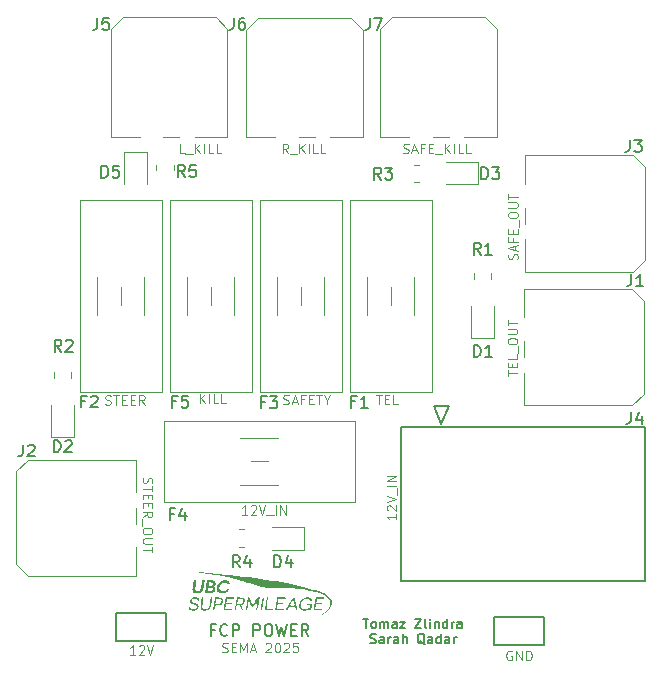
<source format=gbr>
%TF.GenerationSoftware,KiCad,Pcbnew,7.0.8*%
%TF.CreationDate,2024-01-15T21:24:21-08:00*%
%TF.ProjectId,Power Distribution 2023-2024,506f7765-7220-4446-9973-747269627574,rev?*%
%TF.SameCoordinates,Original*%
%TF.FileFunction,Legend,Top*%
%TF.FilePolarity,Positive*%
%FSLAX46Y46*%
G04 Gerber Fmt 4.6, Leading zero omitted, Abs format (unit mm)*
G04 Created by KiCad (PCBNEW 7.0.8) date 2024-01-15 21:24:21*
%MOMM*%
%LPD*%
G01*
G04 APERTURE LIST*
%ADD10C,0.200000*%
%ADD11C,0.100000*%
%ADD12C,0.125000*%
%ADD13C,0.150000*%
%ADD14C,0.120000*%
%ADD15C,0.127000*%
G04 APERTURE END LIST*
D10*
X230203006Y-149733409D02*
X229869673Y-149733409D01*
X229869673Y-150257219D02*
X229869673Y-149257219D01*
X229869673Y-149257219D02*
X230345863Y-149257219D01*
X231298244Y-150161980D02*
X231250625Y-150209600D01*
X231250625Y-150209600D02*
X231107768Y-150257219D01*
X231107768Y-150257219D02*
X231012530Y-150257219D01*
X231012530Y-150257219D02*
X230869673Y-150209600D01*
X230869673Y-150209600D02*
X230774435Y-150114361D01*
X230774435Y-150114361D02*
X230726816Y-150019123D01*
X230726816Y-150019123D02*
X230679197Y-149828647D01*
X230679197Y-149828647D02*
X230679197Y-149685790D01*
X230679197Y-149685790D02*
X230726816Y-149495314D01*
X230726816Y-149495314D02*
X230774435Y-149400076D01*
X230774435Y-149400076D02*
X230869673Y-149304838D01*
X230869673Y-149304838D02*
X231012530Y-149257219D01*
X231012530Y-149257219D02*
X231107768Y-149257219D01*
X231107768Y-149257219D02*
X231250625Y-149304838D01*
X231250625Y-149304838D02*
X231298244Y-149352457D01*
X231726816Y-150257219D02*
X231726816Y-149257219D01*
X231726816Y-149257219D02*
X232107768Y-149257219D01*
X232107768Y-149257219D02*
X232203006Y-149304838D01*
X232203006Y-149304838D02*
X232250625Y-149352457D01*
X232250625Y-149352457D02*
X232298244Y-149447695D01*
X232298244Y-149447695D02*
X232298244Y-149590552D01*
X232298244Y-149590552D02*
X232250625Y-149685790D01*
X232250625Y-149685790D02*
X232203006Y-149733409D01*
X232203006Y-149733409D02*
X232107768Y-149781028D01*
X232107768Y-149781028D02*
X231726816Y-149781028D01*
X233488721Y-150257219D02*
X233488721Y-149257219D01*
X233488721Y-149257219D02*
X233869673Y-149257219D01*
X233869673Y-149257219D02*
X233964911Y-149304838D01*
X233964911Y-149304838D02*
X234012530Y-149352457D01*
X234012530Y-149352457D02*
X234060149Y-149447695D01*
X234060149Y-149447695D02*
X234060149Y-149590552D01*
X234060149Y-149590552D02*
X234012530Y-149685790D01*
X234012530Y-149685790D02*
X233964911Y-149733409D01*
X233964911Y-149733409D02*
X233869673Y-149781028D01*
X233869673Y-149781028D02*
X233488721Y-149781028D01*
X234679197Y-149257219D02*
X234869673Y-149257219D01*
X234869673Y-149257219D02*
X234964911Y-149304838D01*
X234964911Y-149304838D02*
X235060149Y-149400076D01*
X235060149Y-149400076D02*
X235107768Y-149590552D01*
X235107768Y-149590552D02*
X235107768Y-149923885D01*
X235107768Y-149923885D02*
X235060149Y-150114361D01*
X235060149Y-150114361D02*
X234964911Y-150209600D01*
X234964911Y-150209600D02*
X234869673Y-150257219D01*
X234869673Y-150257219D02*
X234679197Y-150257219D01*
X234679197Y-150257219D02*
X234583959Y-150209600D01*
X234583959Y-150209600D02*
X234488721Y-150114361D01*
X234488721Y-150114361D02*
X234441102Y-149923885D01*
X234441102Y-149923885D02*
X234441102Y-149590552D01*
X234441102Y-149590552D02*
X234488721Y-149400076D01*
X234488721Y-149400076D02*
X234583959Y-149304838D01*
X234583959Y-149304838D02*
X234679197Y-149257219D01*
X235441102Y-149257219D02*
X235679197Y-150257219D01*
X235679197Y-150257219D02*
X235869673Y-149542933D01*
X235869673Y-149542933D02*
X236060149Y-150257219D01*
X236060149Y-150257219D02*
X236298245Y-149257219D01*
X236679197Y-149733409D02*
X237012530Y-149733409D01*
X237155387Y-150257219D02*
X236679197Y-150257219D01*
X236679197Y-150257219D02*
X236679197Y-149257219D01*
X236679197Y-149257219D02*
X237155387Y-149257219D01*
X238155387Y-150257219D02*
X237822054Y-149781028D01*
X237583959Y-150257219D02*
X237583959Y-149257219D01*
X237583959Y-149257219D02*
X237964911Y-149257219D01*
X237964911Y-149257219D02*
X238060149Y-149304838D01*
X238060149Y-149304838D02*
X238107768Y-149352457D01*
X238107768Y-149352457D02*
X238155387Y-149447695D01*
X238155387Y-149447695D02*
X238155387Y-149590552D01*
X238155387Y-149590552D02*
X238107768Y-149685790D01*
X238107768Y-149685790D02*
X238060149Y-149733409D01*
X238060149Y-149733409D02*
X237964911Y-149781028D01*
X237964911Y-149781028D02*
X237583959Y-149781028D01*
D11*
X230861048Y-151620992D02*
X230975334Y-151659087D01*
X230975334Y-151659087D02*
X231165810Y-151659087D01*
X231165810Y-151659087D02*
X231242001Y-151620992D01*
X231242001Y-151620992D02*
X231280096Y-151582896D01*
X231280096Y-151582896D02*
X231318191Y-151506706D01*
X231318191Y-151506706D02*
X231318191Y-151430515D01*
X231318191Y-151430515D02*
X231280096Y-151354325D01*
X231280096Y-151354325D02*
X231242001Y-151316230D01*
X231242001Y-151316230D02*
X231165810Y-151278134D01*
X231165810Y-151278134D02*
X231013429Y-151240039D01*
X231013429Y-151240039D02*
X230937239Y-151201944D01*
X230937239Y-151201944D02*
X230899144Y-151163849D01*
X230899144Y-151163849D02*
X230861048Y-151087658D01*
X230861048Y-151087658D02*
X230861048Y-151011468D01*
X230861048Y-151011468D02*
X230899144Y-150935277D01*
X230899144Y-150935277D02*
X230937239Y-150897182D01*
X230937239Y-150897182D02*
X231013429Y-150859087D01*
X231013429Y-150859087D02*
X231203906Y-150859087D01*
X231203906Y-150859087D02*
X231318191Y-150897182D01*
X231661049Y-151240039D02*
X231927715Y-151240039D01*
X232042001Y-151659087D02*
X231661049Y-151659087D01*
X231661049Y-151659087D02*
X231661049Y-150859087D01*
X231661049Y-150859087D02*
X232042001Y-150859087D01*
X232384859Y-151659087D02*
X232384859Y-150859087D01*
X232384859Y-150859087D02*
X232651525Y-151430515D01*
X232651525Y-151430515D02*
X232918192Y-150859087D01*
X232918192Y-150859087D02*
X232918192Y-151659087D01*
X233261049Y-151430515D02*
X233642002Y-151430515D01*
X233184859Y-151659087D02*
X233451526Y-150859087D01*
X233451526Y-150859087D02*
X233718192Y-151659087D01*
X234556287Y-150935277D02*
X234594383Y-150897182D01*
X234594383Y-150897182D02*
X234670573Y-150859087D01*
X234670573Y-150859087D02*
X234861049Y-150859087D01*
X234861049Y-150859087D02*
X234937240Y-150897182D01*
X234937240Y-150897182D02*
X234975335Y-150935277D01*
X234975335Y-150935277D02*
X235013430Y-151011468D01*
X235013430Y-151011468D02*
X235013430Y-151087658D01*
X235013430Y-151087658D02*
X234975335Y-151201944D01*
X234975335Y-151201944D02*
X234518192Y-151659087D01*
X234518192Y-151659087D02*
X235013430Y-151659087D01*
X235508669Y-150859087D02*
X235584859Y-150859087D01*
X235584859Y-150859087D02*
X235661050Y-150897182D01*
X235661050Y-150897182D02*
X235699145Y-150935277D01*
X235699145Y-150935277D02*
X235737240Y-151011468D01*
X235737240Y-151011468D02*
X235775335Y-151163849D01*
X235775335Y-151163849D02*
X235775335Y-151354325D01*
X235775335Y-151354325D02*
X235737240Y-151506706D01*
X235737240Y-151506706D02*
X235699145Y-151582896D01*
X235699145Y-151582896D02*
X235661050Y-151620992D01*
X235661050Y-151620992D02*
X235584859Y-151659087D01*
X235584859Y-151659087D02*
X235508669Y-151659087D01*
X235508669Y-151659087D02*
X235432478Y-151620992D01*
X235432478Y-151620992D02*
X235394383Y-151582896D01*
X235394383Y-151582896D02*
X235356288Y-151506706D01*
X235356288Y-151506706D02*
X235318192Y-151354325D01*
X235318192Y-151354325D02*
X235318192Y-151163849D01*
X235318192Y-151163849D02*
X235356288Y-151011468D01*
X235356288Y-151011468D02*
X235394383Y-150935277D01*
X235394383Y-150935277D02*
X235432478Y-150897182D01*
X235432478Y-150897182D02*
X235508669Y-150859087D01*
X236080097Y-150935277D02*
X236118193Y-150897182D01*
X236118193Y-150897182D02*
X236194383Y-150859087D01*
X236194383Y-150859087D02*
X236384859Y-150859087D01*
X236384859Y-150859087D02*
X236461050Y-150897182D01*
X236461050Y-150897182D02*
X236499145Y-150935277D01*
X236499145Y-150935277D02*
X236537240Y-151011468D01*
X236537240Y-151011468D02*
X236537240Y-151087658D01*
X236537240Y-151087658D02*
X236499145Y-151201944D01*
X236499145Y-151201944D02*
X236042002Y-151659087D01*
X236042002Y-151659087D02*
X236537240Y-151659087D01*
X237261050Y-150859087D02*
X236880098Y-150859087D01*
X236880098Y-150859087D02*
X236842002Y-151240039D01*
X236842002Y-151240039D02*
X236880098Y-151201944D01*
X236880098Y-151201944D02*
X236956288Y-151163849D01*
X236956288Y-151163849D02*
X237146764Y-151163849D01*
X237146764Y-151163849D02*
X237222955Y-151201944D01*
X237222955Y-151201944D02*
X237261050Y-151240039D01*
X237261050Y-151240039D02*
X237299145Y-151316230D01*
X237299145Y-151316230D02*
X237299145Y-151506706D01*
X237299145Y-151506706D02*
X237261050Y-151582896D01*
X237261050Y-151582896D02*
X237222955Y-151620992D01*
X237222955Y-151620992D02*
X237146764Y-151659087D01*
X237146764Y-151659087D02*
X236956288Y-151659087D01*
X236956288Y-151659087D02*
X236880098Y-151620992D01*
X236880098Y-151620992D02*
X236842002Y-151582896D01*
D12*
X220960288Y-130651243D02*
X221074574Y-130689338D01*
X221074574Y-130689338D02*
X221265050Y-130689338D01*
X221265050Y-130689338D02*
X221341241Y-130651243D01*
X221341241Y-130651243D02*
X221379336Y-130613147D01*
X221379336Y-130613147D02*
X221417431Y-130536957D01*
X221417431Y-130536957D02*
X221417431Y-130460766D01*
X221417431Y-130460766D02*
X221379336Y-130384576D01*
X221379336Y-130384576D02*
X221341241Y-130346481D01*
X221341241Y-130346481D02*
X221265050Y-130308385D01*
X221265050Y-130308385D02*
X221112669Y-130270290D01*
X221112669Y-130270290D02*
X221036479Y-130232195D01*
X221036479Y-130232195D02*
X220998384Y-130194100D01*
X220998384Y-130194100D02*
X220960288Y-130117909D01*
X220960288Y-130117909D02*
X220960288Y-130041719D01*
X220960288Y-130041719D02*
X220998384Y-129965528D01*
X220998384Y-129965528D02*
X221036479Y-129927433D01*
X221036479Y-129927433D02*
X221112669Y-129889338D01*
X221112669Y-129889338D02*
X221303146Y-129889338D01*
X221303146Y-129889338D02*
X221417431Y-129927433D01*
X221646003Y-129889338D02*
X222103146Y-129889338D01*
X221874574Y-130689338D02*
X221874574Y-129889338D01*
X222369813Y-130270290D02*
X222636479Y-130270290D01*
X222750765Y-130689338D02*
X222369813Y-130689338D01*
X222369813Y-130689338D02*
X222369813Y-129889338D01*
X222369813Y-129889338D02*
X222750765Y-129889338D01*
X223093623Y-130270290D02*
X223360289Y-130270290D01*
X223474575Y-130689338D02*
X223093623Y-130689338D01*
X223093623Y-130689338D02*
X223093623Y-129889338D01*
X223093623Y-129889338D02*
X223474575Y-129889338D01*
X224274576Y-130689338D02*
X224007909Y-130308385D01*
X223817433Y-130689338D02*
X223817433Y-129889338D01*
X223817433Y-129889338D02*
X224122195Y-129889338D01*
X224122195Y-129889338D02*
X224198385Y-129927433D01*
X224198385Y-129927433D02*
X224236480Y-129965528D01*
X224236480Y-129965528D02*
X224274576Y-130041719D01*
X224274576Y-130041719D02*
X224274576Y-130156004D01*
X224274576Y-130156004D02*
X224236480Y-130232195D01*
X224236480Y-130232195D02*
X224198385Y-130270290D01*
X224198385Y-130270290D02*
X224122195Y-130308385D01*
X224122195Y-130308385D02*
X223817433Y-130308385D01*
X243893133Y-129860687D02*
X244350276Y-129860687D01*
X244121704Y-130660687D02*
X244121704Y-129860687D01*
X244616943Y-130241639D02*
X244883609Y-130241639D01*
X244997895Y-130660687D02*
X244616943Y-130660687D01*
X244616943Y-130660687D02*
X244616943Y-129860687D01*
X244616943Y-129860687D02*
X244997895Y-129860687D01*
X245721705Y-130660687D02*
X245340753Y-130660687D01*
X245340753Y-130660687D02*
X245340753Y-129860687D01*
D13*
X242771427Y-148806295D02*
X243228570Y-148806295D01*
X242999998Y-149606295D02*
X242999998Y-148806295D01*
X243609522Y-149606295D02*
X243533332Y-149568200D01*
X243533332Y-149568200D02*
X243495237Y-149530104D01*
X243495237Y-149530104D02*
X243457141Y-149453914D01*
X243457141Y-149453914D02*
X243457141Y-149225342D01*
X243457141Y-149225342D02*
X243495237Y-149149152D01*
X243495237Y-149149152D02*
X243533332Y-149111057D01*
X243533332Y-149111057D02*
X243609522Y-149072961D01*
X243609522Y-149072961D02*
X243723808Y-149072961D01*
X243723808Y-149072961D02*
X243799999Y-149111057D01*
X243799999Y-149111057D02*
X243838094Y-149149152D01*
X243838094Y-149149152D02*
X243876189Y-149225342D01*
X243876189Y-149225342D02*
X243876189Y-149453914D01*
X243876189Y-149453914D02*
X243838094Y-149530104D01*
X243838094Y-149530104D02*
X243799999Y-149568200D01*
X243799999Y-149568200D02*
X243723808Y-149606295D01*
X243723808Y-149606295D02*
X243609522Y-149606295D01*
X244219047Y-149606295D02*
X244219047Y-149072961D01*
X244219047Y-149149152D02*
X244257142Y-149111057D01*
X244257142Y-149111057D02*
X244333332Y-149072961D01*
X244333332Y-149072961D02*
X244447618Y-149072961D01*
X244447618Y-149072961D02*
X244523809Y-149111057D01*
X244523809Y-149111057D02*
X244561904Y-149187247D01*
X244561904Y-149187247D02*
X244561904Y-149606295D01*
X244561904Y-149187247D02*
X244599999Y-149111057D01*
X244599999Y-149111057D02*
X244676190Y-149072961D01*
X244676190Y-149072961D02*
X244790475Y-149072961D01*
X244790475Y-149072961D02*
X244866666Y-149111057D01*
X244866666Y-149111057D02*
X244904761Y-149187247D01*
X244904761Y-149187247D02*
X244904761Y-149606295D01*
X245628571Y-149606295D02*
X245628571Y-149187247D01*
X245628571Y-149187247D02*
X245590476Y-149111057D01*
X245590476Y-149111057D02*
X245514285Y-149072961D01*
X245514285Y-149072961D02*
X245361904Y-149072961D01*
X245361904Y-149072961D02*
X245285714Y-149111057D01*
X245628571Y-149568200D02*
X245552380Y-149606295D01*
X245552380Y-149606295D02*
X245361904Y-149606295D01*
X245361904Y-149606295D02*
X245285714Y-149568200D01*
X245285714Y-149568200D02*
X245247618Y-149492009D01*
X245247618Y-149492009D02*
X245247618Y-149415819D01*
X245247618Y-149415819D02*
X245285714Y-149339628D01*
X245285714Y-149339628D02*
X245361904Y-149301533D01*
X245361904Y-149301533D02*
X245552380Y-149301533D01*
X245552380Y-149301533D02*
X245628571Y-149263438D01*
X245933333Y-149072961D02*
X246352381Y-149072961D01*
X246352381Y-149072961D02*
X245933333Y-149606295D01*
X245933333Y-149606295D02*
X246352381Y-149606295D01*
X247190476Y-148806295D02*
X247723810Y-148806295D01*
X247723810Y-148806295D02*
X247190476Y-149606295D01*
X247190476Y-149606295D02*
X247723810Y-149606295D01*
X248142857Y-149606295D02*
X248066667Y-149568200D01*
X248066667Y-149568200D02*
X248028572Y-149492009D01*
X248028572Y-149492009D02*
X248028572Y-148806295D01*
X248447620Y-149606295D02*
X248447620Y-149072961D01*
X248447620Y-148806295D02*
X248409524Y-148844390D01*
X248409524Y-148844390D02*
X248447620Y-148882485D01*
X248447620Y-148882485D02*
X248485715Y-148844390D01*
X248485715Y-148844390D02*
X248447620Y-148806295D01*
X248447620Y-148806295D02*
X248447620Y-148882485D01*
X248828572Y-149072961D02*
X248828572Y-149606295D01*
X248828572Y-149149152D02*
X248866667Y-149111057D01*
X248866667Y-149111057D02*
X248942857Y-149072961D01*
X248942857Y-149072961D02*
X249057143Y-149072961D01*
X249057143Y-149072961D02*
X249133334Y-149111057D01*
X249133334Y-149111057D02*
X249171429Y-149187247D01*
X249171429Y-149187247D02*
X249171429Y-149606295D01*
X249895239Y-149606295D02*
X249895239Y-148806295D01*
X249895239Y-149568200D02*
X249819048Y-149606295D01*
X249819048Y-149606295D02*
X249666667Y-149606295D01*
X249666667Y-149606295D02*
X249590477Y-149568200D01*
X249590477Y-149568200D02*
X249552382Y-149530104D01*
X249552382Y-149530104D02*
X249514286Y-149453914D01*
X249514286Y-149453914D02*
X249514286Y-149225342D01*
X249514286Y-149225342D02*
X249552382Y-149149152D01*
X249552382Y-149149152D02*
X249590477Y-149111057D01*
X249590477Y-149111057D02*
X249666667Y-149072961D01*
X249666667Y-149072961D02*
X249819048Y-149072961D01*
X249819048Y-149072961D02*
X249895239Y-149111057D01*
X250276192Y-149606295D02*
X250276192Y-149072961D01*
X250276192Y-149225342D02*
X250314287Y-149149152D01*
X250314287Y-149149152D02*
X250352382Y-149111057D01*
X250352382Y-149111057D02*
X250428573Y-149072961D01*
X250428573Y-149072961D02*
X250504763Y-149072961D01*
X251114287Y-149606295D02*
X251114287Y-149187247D01*
X251114287Y-149187247D02*
X251076192Y-149111057D01*
X251076192Y-149111057D02*
X251000001Y-149072961D01*
X251000001Y-149072961D02*
X250847620Y-149072961D01*
X250847620Y-149072961D02*
X250771430Y-149111057D01*
X251114287Y-149568200D02*
X251038096Y-149606295D01*
X251038096Y-149606295D02*
X250847620Y-149606295D01*
X250847620Y-149606295D02*
X250771430Y-149568200D01*
X250771430Y-149568200D02*
X250733334Y-149492009D01*
X250733334Y-149492009D02*
X250733334Y-149415819D01*
X250733334Y-149415819D02*
X250771430Y-149339628D01*
X250771430Y-149339628D02*
X250847620Y-149301533D01*
X250847620Y-149301533D02*
X251038096Y-149301533D01*
X251038096Y-149301533D02*
X251114287Y-149263438D01*
X243380950Y-150856200D02*
X243495236Y-150894295D01*
X243495236Y-150894295D02*
X243685712Y-150894295D01*
X243685712Y-150894295D02*
X243761903Y-150856200D01*
X243761903Y-150856200D02*
X243799998Y-150818104D01*
X243799998Y-150818104D02*
X243838093Y-150741914D01*
X243838093Y-150741914D02*
X243838093Y-150665723D01*
X243838093Y-150665723D02*
X243799998Y-150589533D01*
X243799998Y-150589533D02*
X243761903Y-150551438D01*
X243761903Y-150551438D02*
X243685712Y-150513342D01*
X243685712Y-150513342D02*
X243533331Y-150475247D01*
X243533331Y-150475247D02*
X243457141Y-150437152D01*
X243457141Y-150437152D02*
X243419046Y-150399057D01*
X243419046Y-150399057D02*
X243380950Y-150322866D01*
X243380950Y-150322866D02*
X243380950Y-150246676D01*
X243380950Y-150246676D02*
X243419046Y-150170485D01*
X243419046Y-150170485D02*
X243457141Y-150132390D01*
X243457141Y-150132390D02*
X243533331Y-150094295D01*
X243533331Y-150094295D02*
X243723808Y-150094295D01*
X243723808Y-150094295D02*
X243838093Y-150132390D01*
X244523808Y-150894295D02*
X244523808Y-150475247D01*
X244523808Y-150475247D02*
X244485713Y-150399057D01*
X244485713Y-150399057D02*
X244409522Y-150360961D01*
X244409522Y-150360961D02*
X244257141Y-150360961D01*
X244257141Y-150360961D02*
X244180951Y-150399057D01*
X244523808Y-150856200D02*
X244447617Y-150894295D01*
X244447617Y-150894295D02*
X244257141Y-150894295D01*
X244257141Y-150894295D02*
X244180951Y-150856200D01*
X244180951Y-150856200D02*
X244142855Y-150780009D01*
X244142855Y-150780009D02*
X244142855Y-150703819D01*
X244142855Y-150703819D02*
X244180951Y-150627628D01*
X244180951Y-150627628D02*
X244257141Y-150589533D01*
X244257141Y-150589533D02*
X244447617Y-150589533D01*
X244447617Y-150589533D02*
X244523808Y-150551438D01*
X244904761Y-150894295D02*
X244904761Y-150360961D01*
X244904761Y-150513342D02*
X244942856Y-150437152D01*
X244942856Y-150437152D02*
X244980951Y-150399057D01*
X244980951Y-150399057D02*
X245057142Y-150360961D01*
X245057142Y-150360961D02*
X245133332Y-150360961D01*
X245742856Y-150894295D02*
X245742856Y-150475247D01*
X245742856Y-150475247D02*
X245704761Y-150399057D01*
X245704761Y-150399057D02*
X245628570Y-150360961D01*
X245628570Y-150360961D02*
X245476189Y-150360961D01*
X245476189Y-150360961D02*
X245399999Y-150399057D01*
X245742856Y-150856200D02*
X245666665Y-150894295D01*
X245666665Y-150894295D02*
X245476189Y-150894295D01*
X245476189Y-150894295D02*
X245399999Y-150856200D01*
X245399999Y-150856200D02*
X245361903Y-150780009D01*
X245361903Y-150780009D02*
X245361903Y-150703819D01*
X245361903Y-150703819D02*
X245399999Y-150627628D01*
X245399999Y-150627628D02*
X245476189Y-150589533D01*
X245476189Y-150589533D02*
X245666665Y-150589533D01*
X245666665Y-150589533D02*
X245742856Y-150551438D01*
X246123809Y-150894295D02*
X246123809Y-150094295D01*
X246466666Y-150894295D02*
X246466666Y-150475247D01*
X246466666Y-150475247D02*
X246428571Y-150399057D01*
X246428571Y-150399057D02*
X246352380Y-150360961D01*
X246352380Y-150360961D02*
X246238094Y-150360961D01*
X246238094Y-150360961D02*
X246161904Y-150399057D01*
X246161904Y-150399057D02*
X246123809Y-150437152D01*
X247990476Y-150970485D02*
X247914286Y-150932390D01*
X247914286Y-150932390D02*
X247838095Y-150856200D01*
X247838095Y-150856200D02*
X247723809Y-150741914D01*
X247723809Y-150741914D02*
X247647619Y-150703819D01*
X247647619Y-150703819D02*
X247571428Y-150703819D01*
X247609524Y-150894295D02*
X247533333Y-150856200D01*
X247533333Y-150856200D02*
X247457143Y-150780009D01*
X247457143Y-150780009D02*
X247419047Y-150627628D01*
X247419047Y-150627628D02*
X247419047Y-150360961D01*
X247419047Y-150360961D02*
X247457143Y-150208580D01*
X247457143Y-150208580D02*
X247533333Y-150132390D01*
X247533333Y-150132390D02*
X247609524Y-150094295D01*
X247609524Y-150094295D02*
X247761905Y-150094295D01*
X247761905Y-150094295D02*
X247838095Y-150132390D01*
X247838095Y-150132390D02*
X247914286Y-150208580D01*
X247914286Y-150208580D02*
X247952381Y-150360961D01*
X247952381Y-150360961D02*
X247952381Y-150627628D01*
X247952381Y-150627628D02*
X247914286Y-150780009D01*
X247914286Y-150780009D02*
X247838095Y-150856200D01*
X247838095Y-150856200D02*
X247761905Y-150894295D01*
X247761905Y-150894295D02*
X247609524Y-150894295D01*
X248638095Y-150894295D02*
X248638095Y-150475247D01*
X248638095Y-150475247D02*
X248600000Y-150399057D01*
X248600000Y-150399057D02*
X248523809Y-150360961D01*
X248523809Y-150360961D02*
X248371428Y-150360961D01*
X248371428Y-150360961D02*
X248295238Y-150399057D01*
X248638095Y-150856200D02*
X248561904Y-150894295D01*
X248561904Y-150894295D02*
X248371428Y-150894295D01*
X248371428Y-150894295D02*
X248295238Y-150856200D01*
X248295238Y-150856200D02*
X248257142Y-150780009D01*
X248257142Y-150780009D02*
X248257142Y-150703819D01*
X248257142Y-150703819D02*
X248295238Y-150627628D01*
X248295238Y-150627628D02*
X248371428Y-150589533D01*
X248371428Y-150589533D02*
X248561904Y-150589533D01*
X248561904Y-150589533D02*
X248638095Y-150551438D01*
X249361905Y-150894295D02*
X249361905Y-150094295D01*
X249361905Y-150856200D02*
X249285714Y-150894295D01*
X249285714Y-150894295D02*
X249133333Y-150894295D01*
X249133333Y-150894295D02*
X249057143Y-150856200D01*
X249057143Y-150856200D02*
X249019048Y-150818104D01*
X249019048Y-150818104D02*
X248980952Y-150741914D01*
X248980952Y-150741914D02*
X248980952Y-150513342D01*
X248980952Y-150513342D02*
X249019048Y-150437152D01*
X249019048Y-150437152D02*
X249057143Y-150399057D01*
X249057143Y-150399057D02*
X249133333Y-150360961D01*
X249133333Y-150360961D02*
X249285714Y-150360961D01*
X249285714Y-150360961D02*
X249361905Y-150399057D01*
X250085715Y-150894295D02*
X250085715Y-150475247D01*
X250085715Y-150475247D02*
X250047620Y-150399057D01*
X250047620Y-150399057D02*
X249971429Y-150360961D01*
X249971429Y-150360961D02*
X249819048Y-150360961D01*
X249819048Y-150360961D02*
X249742858Y-150399057D01*
X250085715Y-150856200D02*
X250009524Y-150894295D01*
X250009524Y-150894295D02*
X249819048Y-150894295D01*
X249819048Y-150894295D02*
X249742858Y-150856200D01*
X249742858Y-150856200D02*
X249704762Y-150780009D01*
X249704762Y-150780009D02*
X249704762Y-150703819D01*
X249704762Y-150703819D02*
X249742858Y-150627628D01*
X249742858Y-150627628D02*
X249819048Y-150589533D01*
X249819048Y-150589533D02*
X250009524Y-150589533D01*
X250009524Y-150589533D02*
X250085715Y-150551438D01*
X250466668Y-150894295D02*
X250466668Y-150360961D01*
X250466668Y-150513342D02*
X250504763Y-150437152D01*
X250504763Y-150437152D02*
X250542858Y-150399057D01*
X250542858Y-150399057D02*
X250619049Y-150360961D01*
X250619049Y-150360961D02*
X250695239Y-150360961D01*
D12*
X228946786Y-130576961D02*
X228946786Y-129776961D01*
X229403929Y-130576961D02*
X229061071Y-130119818D01*
X229403929Y-129776961D02*
X228946786Y-130234104D01*
X229746786Y-130576961D02*
X229746786Y-129776961D01*
X230508690Y-130576961D02*
X230127738Y-130576961D01*
X230127738Y-130576961D02*
X230127738Y-129776961D01*
X231156309Y-130576961D02*
X230775357Y-130576961D01*
X230775357Y-130576961D02*
X230775357Y-129776961D01*
X236038573Y-130622592D02*
X236152859Y-130660687D01*
X236152859Y-130660687D02*
X236343335Y-130660687D01*
X236343335Y-130660687D02*
X236419526Y-130622592D01*
X236419526Y-130622592D02*
X236457621Y-130584496D01*
X236457621Y-130584496D02*
X236495716Y-130508306D01*
X236495716Y-130508306D02*
X236495716Y-130432115D01*
X236495716Y-130432115D02*
X236457621Y-130355925D01*
X236457621Y-130355925D02*
X236419526Y-130317830D01*
X236419526Y-130317830D02*
X236343335Y-130279734D01*
X236343335Y-130279734D02*
X236190954Y-130241639D01*
X236190954Y-130241639D02*
X236114764Y-130203544D01*
X236114764Y-130203544D02*
X236076669Y-130165449D01*
X236076669Y-130165449D02*
X236038573Y-130089258D01*
X236038573Y-130089258D02*
X236038573Y-130013068D01*
X236038573Y-130013068D02*
X236076669Y-129936877D01*
X236076669Y-129936877D02*
X236114764Y-129898782D01*
X236114764Y-129898782D02*
X236190954Y-129860687D01*
X236190954Y-129860687D02*
X236381431Y-129860687D01*
X236381431Y-129860687D02*
X236495716Y-129898782D01*
X236800478Y-130432115D02*
X237181431Y-130432115D01*
X236724288Y-130660687D02*
X236990955Y-129860687D01*
X236990955Y-129860687D02*
X237257621Y-130660687D01*
X237790954Y-130241639D02*
X237524288Y-130241639D01*
X237524288Y-130660687D02*
X237524288Y-129860687D01*
X237524288Y-129860687D02*
X237905240Y-129860687D01*
X238210002Y-130241639D02*
X238476668Y-130241639D01*
X238590954Y-130660687D02*
X238210002Y-130660687D01*
X238210002Y-130660687D02*
X238210002Y-129860687D01*
X238210002Y-129860687D02*
X238590954Y-129860687D01*
X238819526Y-129860687D02*
X239276669Y-129860687D01*
X239048097Y-130660687D02*
X239048097Y-129860687D01*
X239695717Y-130279734D02*
X239695717Y-130660687D01*
X239429050Y-129860687D02*
X239695717Y-130279734D01*
X239695717Y-130279734D02*
X239962383Y-129860687D01*
X232988415Y-139988664D02*
X232531272Y-139988664D01*
X232759844Y-139988664D02*
X232759844Y-139188664D01*
X232759844Y-139188664D02*
X232683653Y-139302949D01*
X232683653Y-139302949D02*
X232607463Y-139379140D01*
X232607463Y-139379140D02*
X232531272Y-139417235D01*
X233293177Y-139264854D02*
X233331273Y-139226759D01*
X233331273Y-139226759D02*
X233407463Y-139188664D01*
X233407463Y-139188664D02*
X233597939Y-139188664D01*
X233597939Y-139188664D02*
X233674130Y-139226759D01*
X233674130Y-139226759D02*
X233712225Y-139264854D01*
X233712225Y-139264854D02*
X233750320Y-139341045D01*
X233750320Y-139341045D02*
X233750320Y-139417235D01*
X233750320Y-139417235D02*
X233712225Y-139531521D01*
X233712225Y-139531521D02*
X233255082Y-139988664D01*
X233255082Y-139988664D02*
X233750320Y-139988664D01*
X233978892Y-139188664D02*
X234245559Y-139988664D01*
X234245559Y-139988664D02*
X234512225Y-139188664D01*
X234588416Y-140064854D02*
X235197939Y-140064854D01*
X235388416Y-139988664D02*
X235388416Y-139188664D01*
X235769368Y-139988664D02*
X235769368Y-139188664D01*
X235769368Y-139188664D02*
X236226511Y-139988664D01*
X236226511Y-139988664D02*
X236226511Y-139188664D01*
D13*
X226938925Y-130414729D02*
X226605592Y-130414729D01*
X226605592Y-130938539D02*
X226605592Y-129938539D01*
X226605592Y-129938539D02*
X227081782Y-129938539D01*
X227938925Y-129938539D02*
X227462735Y-129938539D01*
X227462735Y-129938539D02*
X227415116Y-130414729D01*
X227415116Y-130414729D02*
X227462735Y-130367110D01*
X227462735Y-130367110D02*
X227557973Y-130319491D01*
X227557973Y-130319491D02*
X227796068Y-130319491D01*
X227796068Y-130319491D02*
X227891306Y-130367110D01*
X227891306Y-130367110D02*
X227938925Y-130414729D01*
X227938925Y-130414729D02*
X227986544Y-130509967D01*
X227986544Y-130509967D02*
X227986544Y-130748062D01*
X227986544Y-130748062D02*
X227938925Y-130843300D01*
X227938925Y-130843300D02*
X227891306Y-130890920D01*
X227891306Y-130890920D02*
X227796068Y-130938539D01*
X227796068Y-130938539D02*
X227557973Y-130938539D01*
X227557973Y-130938539D02*
X227462735Y-130890920D01*
X227462735Y-130890920D02*
X227415116Y-130843300D01*
X219271897Y-130395194D02*
X218938564Y-130395194D01*
X218938564Y-130919004D02*
X218938564Y-129919004D01*
X218938564Y-129919004D02*
X219414754Y-129919004D01*
X219748088Y-130014242D02*
X219795707Y-129966623D01*
X219795707Y-129966623D02*
X219890945Y-129919004D01*
X219890945Y-129919004D02*
X220129040Y-129919004D01*
X220129040Y-129919004D02*
X220224278Y-129966623D01*
X220224278Y-129966623D02*
X220271897Y-130014242D01*
X220271897Y-130014242D02*
X220319516Y-130109480D01*
X220319516Y-130109480D02*
X220319516Y-130204718D01*
X220319516Y-130204718D02*
X220271897Y-130347575D01*
X220271897Y-130347575D02*
X219700469Y-130919004D01*
X219700469Y-130919004D02*
X220319516Y-130919004D01*
X232333333Y-144454819D02*
X232000000Y-143978628D01*
X231761905Y-144454819D02*
X231761905Y-143454819D01*
X231761905Y-143454819D02*
X232142857Y-143454819D01*
X232142857Y-143454819D02*
X232238095Y-143502438D01*
X232238095Y-143502438D02*
X232285714Y-143550057D01*
X232285714Y-143550057D02*
X232333333Y-143645295D01*
X232333333Y-143645295D02*
X232333333Y-143788152D01*
X232333333Y-143788152D02*
X232285714Y-143883390D01*
X232285714Y-143883390D02*
X232238095Y-143931009D01*
X232238095Y-143931009D02*
X232142857Y-143978628D01*
X232142857Y-143978628D02*
X231761905Y-143978628D01*
X233190476Y-143788152D02*
X233190476Y-144454819D01*
X232952381Y-143407200D02*
X232714286Y-144121485D01*
X232714286Y-144121485D02*
X233333333Y-144121485D01*
X265364109Y-108275980D02*
X265364109Y-108990265D01*
X265364109Y-108990265D02*
X265316490Y-109133122D01*
X265316490Y-109133122D02*
X265221252Y-109228361D01*
X265221252Y-109228361D02*
X265078395Y-109275980D01*
X265078395Y-109275980D02*
X264983157Y-109275980D01*
X265745062Y-108275980D02*
X266364109Y-108275980D01*
X266364109Y-108275980D02*
X266030776Y-108656932D01*
X266030776Y-108656932D02*
X266173633Y-108656932D01*
X266173633Y-108656932D02*
X266268871Y-108704551D01*
X266268871Y-108704551D02*
X266316490Y-108752170D01*
X266316490Y-108752170D02*
X266364109Y-108847408D01*
X266364109Y-108847408D02*
X266364109Y-109085503D01*
X266364109Y-109085503D02*
X266316490Y-109180741D01*
X266316490Y-109180741D02*
X266268871Y-109228361D01*
X266268871Y-109228361D02*
X266173633Y-109275980D01*
X266173633Y-109275980D02*
X265887919Y-109275980D01*
X265887919Y-109275980D02*
X265792681Y-109228361D01*
X265792681Y-109228361D02*
X265745062Y-109180741D01*
D12*
X255831090Y-118370436D02*
X255869185Y-118256150D01*
X255869185Y-118256150D02*
X255869185Y-118065674D01*
X255869185Y-118065674D02*
X255831090Y-117989483D01*
X255831090Y-117989483D02*
X255792994Y-117951388D01*
X255792994Y-117951388D02*
X255716804Y-117913293D01*
X255716804Y-117913293D02*
X255640613Y-117913293D01*
X255640613Y-117913293D02*
X255564423Y-117951388D01*
X255564423Y-117951388D02*
X255526328Y-117989483D01*
X255526328Y-117989483D02*
X255488232Y-118065674D01*
X255488232Y-118065674D02*
X255450137Y-118218055D01*
X255450137Y-118218055D02*
X255412042Y-118294245D01*
X255412042Y-118294245D02*
X255373947Y-118332340D01*
X255373947Y-118332340D02*
X255297756Y-118370436D01*
X255297756Y-118370436D02*
X255221566Y-118370436D01*
X255221566Y-118370436D02*
X255145375Y-118332340D01*
X255145375Y-118332340D02*
X255107280Y-118294245D01*
X255107280Y-118294245D02*
X255069185Y-118218055D01*
X255069185Y-118218055D02*
X255069185Y-118027578D01*
X255069185Y-118027578D02*
X255107280Y-117913293D01*
X255640613Y-117608531D02*
X255640613Y-117227578D01*
X255869185Y-117684721D02*
X255069185Y-117418054D01*
X255069185Y-117418054D02*
X255869185Y-117151388D01*
X255450137Y-116618055D02*
X255450137Y-116884721D01*
X255869185Y-116884721D02*
X255069185Y-116884721D01*
X255069185Y-116884721D02*
X255069185Y-116503769D01*
X255450137Y-116199007D02*
X255450137Y-115932341D01*
X255869185Y-115818055D02*
X255869185Y-116199007D01*
X255869185Y-116199007D02*
X255069185Y-116199007D01*
X255069185Y-116199007D02*
X255069185Y-115818055D01*
X255945375Y-115665674D02*
X255945375Y-115056150D01*
X255069185Y-114713292D02*
X255069185Y-114560911D01*
X255069185Y-114560911D02*
X255107280Y-114484721D01*
X255107280Y-114484721D02*
X255183470Y-114408530D01*
X255183470Y-114408530D02*
X255335851Y-114370435D01*
X255335851Y-114370435D02*
X255602518Y-114370435D01*
X255602518Y-114370435D02*
X255754899Y-114408530D01*
X255754899Y-114408530D02*
X255831090Y-114484721D01*
X255831090Y-114484721D02*
X255869185Y-114560911D01*
X255869185Y-114560911D02*
X255869185Y-114713292D01*
X255869185Y-114713292D02*
X255831090Y-114789483D01*
X255831090Y-114789483D02*
X255754899Y-114865673D01*
X255754899Y-114865673D02*
X255602518Y-114903769D01*
X255602518Y-114903769D02*
X255335851Y-114903769D01*
X255335851Y-114903769D02*
X255183470Y-114865673D01*
X255183470Y-114865673D02*
X255107280Y-114789483D01*
X255107280Y-114789483D02*
X255069185Y-114713292D01*
X255069185Y-114027578D02*
X255716804Y-114027578D01*
X255716804Y-114027578D02*
X255792994Y-113989483D01*
X255792994Y-113989483D02*
X255831090Y-113951388D01*
X255831090Y-113951388D02*
X255869185Y-113875197D01*
X255869185Y-113875197D02*
X255869185Y-113722816D01*
X255869185Y-113722816D02*
X255831090Y-113646626D01*
X255831090Y-113646626D02*
X255792994Y-113608531D01*
X255792994Y-113608531D02*
X255716804Y-113570435D01*
X255716804Y-113570435D02*
X255069185Y-113570435D01*
X255069185Y-113303769D02*
X255069185Y-112846626D01*
X255869185Y-113075198D02*
X255069185Y-113075198D01*
D13*
X217228050Y-126188453D02*
X216894717Y-125712262D01*
X216656622Y-126188453D02*
X216656622Y-125188453D01*
X216656622Y-125188453D02*
X217037574Y-125188453D01*
X217037574Y-125188453D02*
X217132812Y-125236072D01*
X217132812Y-125236072D02*
X217180431Y-125283691D01*
X217180431Y-125283691D02*
X217228050Y-125378929D01*
X217228050Y-125378929D02*
X217228050Y-125521786D01*
X217228050Y-125521786D02*
X217180431Y-125617024D01*
X217180431Y-125617024D02*
X217132812Y-125664643D01*
X217132812Y-125664643D02*
X217037574Y-125712262D01*
X217037574Y-125712262D02*
X216656622Y-125712262D01*
X217609003Y-125283691D02*
X217656622Y-125236072D01*
X217656622Y-125236072D02*
X217751860Y-125188453D01*
X217751860Y-125188453D02*
X217989955Y-125188453D01*
X217989955Y-125188453D02*
X218085193Y-125236072D01*
X218085193Y-125236072D02*
X218132812Y-125283691D01*
X218132812Y-125283691D02*
X218180431Y-125378929D01*
X218180431Y-125378929D02*
X218180431Y-125474167D01*
X218180431Y-125474167D02*
X218132812Y-125617024D01*
X218132812Y-125617024D02*
X217561384Y-126188453D01*
X217561384Y-126188453D02*
X218180431Y-126188453D01*
X244309630Y-111631108D02*
X243976297Y-111154917D01*
X243738202Y-111631108D02*
X243738202Y-110631108D01*
X243738202Y-110631108D02*
X244119154Y-110631108D01*
X244119154Y-110631108D02*
X244214392Y-110678727D01*
X244214392Y-110678727D02*
X244262011Y-110726346D01*
X244262011Y-110726346D02*
X244309630Y-110821584D01*
X244309630Y-110821584D02*
X244309630Y-110964441D01*
X244309630Y-110964441D02*
X244262011Y-111059679D01*
X244262011Y-111059679D02*
X244214392Y-111107298D01*
X244214392Y-111107298D02*
X244119154Y-111154917D01*
X244119154Y-111154917D02*
X243738202Y-111154917D01*
X244642964Y-110631108D02*
X245262011Y-110631108D01*
X245262011Y-110631108D02*
X244928678Y-111012060D01*
X244928678Y-111012060D02*
X245071535Y-111012060D01*
X245071535Y-111012060D02*
X245166773Y-111059679D01*
X245166773Y-111059679D02*
X245214392Y-111107298D01*
X245214392Y-111107298D02*
X245262011Y-111202536D01*
X245262011Y-111202536D02*
X245262011Y-111440631D01*
X245262011Y-111440631D02*
X245214392Y-111535869D01*
X245214392Y-111535869D02*
X245166773Y-111583489D01*
X245166773Y-111583489D02*
X245071535Y-111631108D01*
X245071535Y-111631108D02*
X244785821Y-111631108D01*
X244785821Y-111631108D02*
X244690583Y-111583489D01*
X244690583Y-111583489D02*
X244642964Y-111535869D01*
X243345447Y-97956753D02*
X243345447Y-98671038D01*
X243345447Y-98671038D02*
X243297828Y-98813895D01*
X243297828Y-98813895D02*
X243202590Y-98909134D01*
X243202590Y-98909134D02*
X243059733Y-98956753D01*
X243059733Y-98956753D02*
X242964495Y-98956753D01*
X243726400Y-97956753D02*
X244393066Y-97956753D01*
X244393066Y-97956753D02*
X243964495Y-98956753D01*
D12*
X246173442Y-109358184D02*
X246287728Y-109396279D01*
X246287728Y-109396279D02*
X246478204Y-109396279D01*
X246478204Y-109396279D02*
X246554395Y-109358184D01*
X246554395Y-109358184D02*
X246592490Y-109320088D01*
X246592490Y-109320088D02*
X246630585Y-109243898D01*
X246630585Y-109243898D02*
X246630585Y-109167707D01*
X246630585Y-109167707D02*
X246592490Y-109091517D01*
X246592490Y-109091517D02*
X246554395Y-109053422D01*
X246554395Y-109053422D02*
X246478204Y-109015326D01*
X246478204Y-109015326D02*
X246325823Y-108977231D01*
X246325823Y-108977231D02*
X246249633Y-108939136D01*
X246249633Y-108939136D02*
X246211538Y-108901041D01*
X246211538Y-108901041D02*
X246173442Y-108824850D01*
X246173442Y-108824850D02*
X246173442Y-108748660D01*
X246173442Y-108748660D02*
X246211538Y-108672469D01*
X246211538Y-108672469D02*
X246249633Y-108634374D01*
X246249633Y-108634374D02*
X246325823Y-108596279D01*
X246325823Y-108596279D02*
X246516300Y-108596279D01*
X246516300Y-108596279D02*
X246630585Y-108634374D01*
X246935347Y-109167707D02*
X247316300Y-109167707D01*
X246859157Y-109396279D02*
X247125824Y-108596279D01*
X247125824Y-108596279D02*
X247392490Y-109396279D01*
X247925823Y-108977231D02*
X247659157Y-108977231D01*
X247659157Y-109396279D02*
X247659157Y-108596279D01*
X247659157Y-108596279D02*
X248040109Y-108596279D01*
X248344871Y-108977231D02*
X248611537Y-108977231D01*
X248725823Y-109396279D02*
X248344871Y-109396279D01*
X248344871Y-109396279D02*
X248344871Y-108596279D01*
X248344871Y-108596279D02*
X248725823Y-108596279D01*
X248878205Y-109472469D02*
X249487728Y-109472469D01*
X249678205Y-109396279D02*
X249678205Y-108596279D01*
X250135348Y-109396279D02*
X249792490Y-108939136D01*
X250135348Y-108596279D02*
X249678205Y-109053422D01*
X250478205Y-109396279D02*
X250478205Y-108596279D01*
X251240109Y-109396279D02*
X250859157Y-109396279D01*
X250859157Y-109396279D02*
X250859157Y-108596279D01*
X251887728Y-109396279D02*
X251506776Y-109396279D01*
X251506776Y-109396279D02*
X251506776Y-108596279D01*
D13*
X216591934Y-134708132D02*
X216591934Y-133708132D01*
X216591934Y-133708132D02*
X216830029Y-133708132D01*
X216830029Y-133708132D02*
X216972886Y-133755751D01*
X216972886Y-133755751D02*
X217068124Y-133850989D01*
X217068124Y-133850989D02*
X217115743Y-133946227D01*
X217115743Y-133946227D02*
X217163362Y-134136703D01*
X217163362Y-134136703D02*
X217163362Y-134279560D01*
X217163362Y-134279560D02*
X217115743Y-134470036D01*
X217115743Y-134470036D02*
X217068124Y-134565274D01*
X217068124Y-134565274D02*
X216972886Y-134660513D01*
X216972886Y-134660513D02*
X216830029Y-134708132D01*
X216830029Y-134708132D02*
X216591934Y-134708132D01*
X217544315Y-133803370D02*
X217591934Y-133755751D01*
X217591934Y-133755751D02*
X217687172Y-133708132D01*
X217687172Y-133708132D02*
X217925267Y-133708132D01*
X217925267Y-133708132D02*
X218020505Y-133755751D01*
X218020505Y-133755751D02*
X218068124Y-133803370D01*
X218068124Y-133803370D02*
X218115743Y-133898608D01*
X218115743Y-133898608D02*
X218115743Y-133993846D01*
X218115743Y-133993846D02*
X218068124Y-134136703D01*
X218068124Y-134136703D02*
X217496696Y-134708132D01*
X217496696Y-134708132D02*
X218115743Y-134708132D01*
X234463751Y-130457260D02*
X234130418Y-130457260D01*
X234130418Y-130981070D02*
X234130418Y-129981070D01*
X234130418Y-129981070D02*
X234606608Y-129981070D01*
X234892323Y-129981070D02*
X235511370Y-129981070D01*
X235511370Y-129981070D02*
X235178037Y-130362022D01*
X235178037Y-130362022D02*
X235320894Y-130362022D01*
X235320894Y-130362022D02*
X235416132Y-130409641D01*
X235416132Y-130409641D02*
X235463751Y-130457260D01*
X235463751Y-130457260D02*
X235511370Y-130552498D01*
X235511370Y-130552498D02*
X235511370Y-130790593D01*
X235511370Y-130790593D02*
X235463751Y-130885831D01*
X235463751Y-130885831D02*
X235416132Y-130933451D01*
X235416132Y-130933451D02*
X235320894Y-130981070D01*
X235320894Y-130981070D02*
X235035180Y-130981070D01*
X235035180Y-130981070D02*
X234939942Y-130933451D01*
X234939942Y-130933451D02*
X234892323Y-130885831D01*
X265450056Y-131317780D02*
X265450056Y-132032065D01*
X265450056Y-132032065D02*
X265402437Y-132174922D01*
X265402437Y-132174922D02*
X265307199Y-132270161D01*
X265307199Y-132270161D02*
X265164342Y-132317780D01*
X265164342Y-132317780D02*
X265069104Y-132317780D01*
X266354818Y-131651113D02*
X266354818Y-132317780D01*
X266116723Y-131270161D02*
X265878628Y-131984446D01*
X265878628Y-131984446D02*
X266497675Y-131984446D01*
D12*
X245587727Y-139953996D02*
X245587727Y-140411139D01*
X245587727Y-140182567D02*
X244787727Y-140182567D01*
X244787727Y-140182567D02*
X244902012Y-140258758D01*
X244902012Y-140258758D02*
X244978203Y-140334948D01*
X244978203Y-140334948D02*
X245016298Y-140411139D01*
X244863917Y-139649234D02*
X244825822Y-139611138D01*
X244825822Y-139611138D02*
X244787727Y-139534948D01*
X244787727Y-139534948D02*
X244787727Y-139344472D01*
X244787727Y-139344472D02*
X244825822Y-139268281D01*
X244825822Y-139268281D02*
X244863917Y-139230186D01*
X244863917Y-139230186D02*
X244940108Y-139192091D01*
X244940108Y-139192091D02*
X245016298Y-139192091D01*
X245016298Y-139192091D02*
X245130584Y-139230186D01*
X245130584Y-139230186D02*
X245587727Y-139687329D01*
X245587727Y-139687329D02*
X245587727Y-139192091D01*
X244787727Y-138963519D02*
X245587727Y-138696852D01*
X245587727Y-138696852D02*
X244787727Y-138430186D01*
X245663917Y-138353996D02*
X245663917Y-137744472D01*
X245587727Y-137553995D02*
X244787727Y-137553995D01*
X245587727Y-137173043D02*
X244787727Y-137173043D01*
X244787727Y-137173043D02*
X245587727Y-136715900D01*
X245587727Y-136715900D02*
X244787727Y-136715900D01*
D13*
X220285327Y-97941838D02*
X220285327Y-98656123D01*
X220285327Y-98656123D02*
X220237708Y-98798980D01*
X220237708Y-98798980D02*
X220142470Y-98894219D01*
X220142470Y-98894219D02*
X219999613Y-98941838D01*
X219999613Y-98941838D02*
X219904375Y-98941838D01*
X221237708Y-97941838D02*
X220761518Y-97941838D01*
X220761518Y-97941838D02*
X220713899Y-98418028D01*
X220713899Y-98418028D02*
X220761518Y-98370409D01*
X220761518Y-98370409D02*
X220856756Y-98322790D01*
X220856756Y-98322790D02*
X221094851Y-98322790D01*
X221094851Y-98322790D02*
X221190089Y-98370409D01*
X221190089Y-98370409D02*
X221237708Y-98418028D01*
X221237708Y-98418028D02*
X221285327Y-98513266D01*
X221285327Y-98513266D02*
X221285327Y-98751361D01*
X221285327Y-98751361D02*
X221237708Y-98846599D01*
X221237708Y-98846599D02*
X221190089Y-98894219D01*
X221190089Y-98894219D02*
X221094851Y-98941838D01*
X221094851Y-98941838D02*
X220856756Y-98941838D01*
X220856756Y-98941838D02*
X220761518Y-98894219D01*
X220761518Y-98894219D02*
X220713899Y-98846599D01*
D12*
X227668239Y-109407072D02*
X227287287Y-109407072D01*
X227287287Y-109407072D02*
X227287287Y-108607072D01*
X227744430Y-109483262D02*
X228353953Y-109483262D01*
X228544430Y-109407072D02*
X228544430Y-108607072D01*
X229001573Y-109407072D02*
X228658715Y-108949929D01*
X229001573Y-108607072D02*
X228544430Y-109064215D01*
X229344430Y-109407072D02*
X229344430Y-108607072D01*
X230106334Y-109407072D02*
X229725382Y-109407072D01*
X229725382Y-109407072D02*
X229725382Y-108607072D01*
X230753953Y-109407072D02*
X230373001Y-109407072D01*
X230373001Y-109407072D02*
X230373001Y-108607072D01*
D13*
X231819631Y-97925306D02*
X231819631Y-98639591D01*
X231819631Y-98639591D02*
X231772012Y-98782448D01*
X231772012Y-98782448D02*
X231676774Y-98877687D01*
X231676774Y-98877687D02*
X231533917Y-98925306D01*
X231533917Y-98925306D02*
X231438679Y-98925306D01*
X232724393Y-97925306D02*
X232533917Y-97925306D01*
X232533917Y-97925306D02*
X232438679Y-97972925D01*
X232438679Y-97972925D02*
X232391060Y-98020544D01*
X232391060Y-98020544D02*
X232295822Y-98163401D01*
X232295822Y-98163401D02*
X232248203Y-98353877D01*
X232248203Y-98353877D02*
X232248203Y-98734829D01*
X232248203Y-98734829D02*
X232295822Y-98830067D01*
X232295822Y-98830067D02*
X232343441Y-98877687D01*
X232343441Y-98877687D02*
X232438679Y-98925306D01*
X232438679Y-98925306D02*
X232629155Y-98925306D01*
X232629155Y-98925306D02*
X232724393Y-98877687D01*
X232724393Y-98877687D02*
X232772012Y-98830067D01*
X232772012Y-98830067D02*
X232819631Y-98734829D01*
X232819631Y-98734829D02*
X232819631Y-98496734D01*
X232819631Y-98496734D02*
X232772012Y-98401496D01*
X232772012Y-98401496D02*
X232724393Y-98353877D01*
X232724393Y-98353877D02*
X232629155Y-98306258D01*
X232629155Y-98306258D02*
X232438679Y-98306258D01*
X232438679Y-98306258D02*
X232343441Y-98353877D01*
X232343441Y-98353877D02*
X232295822Y-98401496D01*
X232295822Y-98401496D02*
X232248203Y-98496734D01*
D12*
X236421022Y-109407072D02*
X236154355Y-109026119D01*
X235963879Y-109407072D02*
X235963879Y-108607072D01*
X235963879Y-108607072D02*
X236268641Y-108607072D01*
X236268641Y-108607072D02*
X236344831Y-108645167D01*
X236344831Y-108645167D02*
X236382926Y-108683262D01*
X236382926Y-108683262D02*
X236421022Y-108759453D01*
X236421022Y-108759453D02*
X236421022Y-108873738D01*
X236421022Y-108873738D02*
X236382926Y-108949929D01*
X236382926Y-108949929D02*
X236344831Y-108988024D01*
X236344831Y-108988024D02*
X236268641Y-109026119D01*
X236268641Y-109026119D02*
X235963879Y-109026119D01*
X236573403Y-109483262D02*
X237182926Y-109483262D01*
X237373403Y-109407072D02*
X237373403Y-108607072D01*
X237830546Y-109407072D02*
X237487688Y-108949929D01*
X237830546Y-108607072D02*
X237373403Y-109064215D01*
X238173403Y-109407072D02*
X238173403Y-108607072D01*
X238935307Y-109407072D02*
X238554355Y-109407072D01*
X238554355Y-109407072D02*
X238554355Y-108607072D01*
X239582926Y-109407072D02*
X239201974Y-109407072D01*
X239201974Y-109407072D02*
X239201974Y-108607072D01*
D13*
X227702158Y-111416528D02*
X227368825Y-110940337D01*
X227130730Y-111416528D02*
X227130730Y-110416528D01*
X227130730Y-110416528D02*
X227511682Y-110416528D01*
X227511682Y-110416528D02*
X227606920Y-110464147D01*
X227606920Y-110464147D02*
X227654539Y-110511766D01*
X227654539Y-110511766D02*
X227702158Y-110607004D01*
X227702158Y-110607004D02*
X227702158Y-110749861D01*
X227702158Y-110749861D02*
X227654539Y-110845099D01*
X227654539Y-110845099D02*
X227606920Y-110892718D01*
X227606920Y-110892718D02*
X227511682Y-110940337D01*
X227511682Y-110940337D02*
X227130730Y-110940337D01*
X228606920Y-110416528D02*
X228130730Y-110416528D01*
X228130730Y-110416528D02*
X228083111Y-110892718D01*
X228083111Y-110892718D02*
X228130730Y-110845099D01*
X228130730Y-110845099D02*
X228225968Y-110797480D01*
X228225968Y-110797480D02*
X228464063Y-110797480D01*
X228464063Y-110797480D02*
X228559301Y-110845099D01*
X228559301Y-110845099D02*
X228606920Y-110892718D01*
X228606920Y-110892718D02*
X228654539Y-110987956D01*
X228654539Y-110987956D02*
X228654539Y-111226051D01*
X228654539Y-111226051D02*
X228606920Y-111321289D01*
X228606920Y-111321289D02*
X228559301Y-111368909D01*
X228559301Y-111368909D02*
X228464063Y-111416528D01*
X228464063Y-111416528D02*
X228225968Y-111416528D01*
X228225968Y-111416528D02*
X228130730Y-111368909D01*
X228130730Y-111368909D02*
X228083111Y-111321289D01*
X252723518Y-117989338D02*
X252390185Y-117513147D01*
X252152090Y-117989338D02*
X252152090Y-116989338D01*
X252152090Y-116989338D02*
X252533042Y-116989338D01*
X252533042Y-116989338D02*
X252628280Y-117036957D01*
X252628280Y-117036957D02*
X252675899Y-117084576D01*
X252675899Y-117084576D02*
X252723518Y-117179814D01*
X252723518Y-117179814D02*
X252723518Y-117322671D01*
X252723518Y-117322671D02*
X252675899Y-117417909D01*
X252675899Y-117417909D02*
X252628280Y-117465528D01*
X252628280Y-117465528D02*
X252533042Y-117513147D01*
X252533042Y-117513147D02*
X252152090Y-117513147D01*
X253675899Y-117989338D02*
X253104471Y-117989338D01*
X253390185Y-117989338D02*
X253390185Y-116989338D01*
X253390185Y-116989338D02*
X253294947Y-117132195D01*
X253294947Y-117132195D02*
X253199709Y-117227433D01*
X253199709Y-117227433D02*
X253104471Y-117275052D01*
X252161022Y-126637455D02*
X252161022Y-125637455D01*
X252161022Y-125637455D02*
X252399117Y-125637455D01*
X252399117Y-125637455D02*
X252541974Y-125685074D01*
X252541974Y-125685074D02*
X252637212Y-125780312D01*
X252637212Y-125780312D02*
X252684831Y-125875550D01*
X252684831Y-125875550D02*
X252732450Y-126066026D01*
X252732450Y-126066026D02*
X252732450Y-126208883D01*
X252732450Y-126208883D02*
X252684831Y-126399359D01*
X252684831Y-126399359D02*
X252637212Y-126494597D01*
X252637212Y-126494597D02*
X252541974Y-126589836D01*
X252541974Y-126589836D02*
X252399117Y-126637455D01*
X252399117Y-126637455D02*
X252161022Y-126637455D01*
X253684831Y-126637455D02*
X253113403Y-126637455D01*
X253399117Y-126637455D02*
X253399117Y-125637455D01*
X253399117Y-125637455D02*
X253303879Y-125780312D01*
X253303879Y-125780312D02*
X253208641Y-125875550D01*
X253208641Y-125875550D02*
X253113403Y-125923169D01*
X235261905Y-144454819D02*
X235261905Y-143454819D01*
X235261905Y-143454819D02*
X235500000Y-143454819D01*
X235500000Y-143454819D02*
X235642857Y-143502438D01*
X235642857Y-143502438D02*
X235738095Y-143597676D01*
X235738095Y-143597676D02*
X235785714Y-143692914D01*
X235785714Y-143692914D02*
X235833333Y-143883390D01*
X235833333Y-143883390D02*
X235833333Y-144026247D01*
X235833333Y-144026247D02*
X235785714Y-144216723D01*
X235785714Y-144216723D02*
X235738095Y-144311961D01*
X235738095Y-144311961D02*
X235642857Y-144407200D01*
X235642857Y-144407200D02*
X235500000Y-144454819D01*
X235500000Y-144454819D02*
X235261905Y-144454819D01*
X236690476Y-143788152D02*
X236690476Y-144454819D01*
X236452381Y-143407200D02*
X236214286Y-144121485D01*
X236214286Y-144121485D02*
X236833333Y-144121485D01*
X242107496Y-130420751D02*
X241774163Y-130420751D01*
X241774163Y-130944561D02*
X241774163Y-129944561D01*
X241774163Y-129944561D02*
X242250353Y-129944561D01*
X243155115Y-130944561D02*
X242583687Y-130944561D01*
X242869401Y-130944561D02*
X242869401Y-129944561D01*
X242869401Y-129944561D02*
X242774163Y-130087418D01*
X242774163Y-130087418D02*
X242678925Y-130182656D01*
X242678925Y-130182656D02*
X242583687Y-130230275D01*
X226746021Y-139931009D02*
X226412688Y-139931009D01*
X226412688Y-140454819D02*
X226412688Y-139454819D01*
X226412688Y-139454819D02*
X226888878Y-139454819D01*
X227698402Y-139788152D02*
X227698402Y-140454819D01*
X227460307Y-139407200D02*
X227222212Y-140121485D01*
X227222212Y-140121485D02*
X227841259Y-140121485D01*
X220619844Y-111465617D02*
X220619844Y-110465617D01*
X220619844Y-110465617D02*
X220857939Y-110465617D01*
X220857939Y-110465617D02*
X221000796Y-110513236D01*
X221000796Y-110513236D02*
X221096034Y-110608474D01*
X221096034Y-110608474D02*
X221143653Y-110703712D01*
X221143653Y-110703712D02*
X221191272Y-110894188D01*
X221191272Y-110894188D02*
X221191272Y-111037045D01*
X221191272Y-111037045D02*
X221143653Y-111227521D01*
X221143653Y-111227521D02*
X221096034Y-111322759D01*
X221096034Y-111322759D02*
X221000796Y-111417998D01*
X221000796Y-111417998D02*
X220857939Y-111465617D01*
X220857939Y-111465617D02*
X220619844Y-111465617D01*
X222096034Y-110465617D02*
X221619844Y-110465617D01*
X221619844Y-110465617D02*
X221572225Y-110941807D01*
X221572225Y-110941807D02*
X221619844Y-110894188D01*
X221619844Y-110894188D02*
X221715082Y-110846569D01*
X221715082Y-110846569D02*
X221953177Y-110846569D01*
X221953177Y-110846569D02*
X222048415Y-110894188D01*
X222048415Y-110894188D02*
X222096034Y-110941807D01*
X222096034Y-110941807D02*
X222143653Y-111037045D01*
X222143653Y-111037045D02*
X222143653Y-111275140D01*
X222143653Y-111275140D02*
X222096034Y-111370378D01*
X222096034Y-111370378D02*
X222048415Y-111417998D01*
X222048415Y-111417998D02*
X221953177Y-111465617D01*
X221953177Y-111465617D02*
X221715082Y-111465617D01*
X221715082Y-111465617D02*
X221619844Y-111417998D01*
X221619844Y-111417998D02*
X221572225Y-111370378D01*
X265497946Y-119641248D02*
X265497946Y-120355533D01*
X265497946Y-120355533D02*
X265450327Y-120498390D01*
X265450327Y-120498390D02*
X265355089Y-120593629D01*
X265355089Y-120593629D02*
X265212232Y-120641248D01*
X265212232Y-120641248D02*
X265116994Y-120641248D01*
X266497946Y-120641248D02*
X265926518Y-120641248D01*
X266212232Y-120641248D02*
X266212232Y-119641248D01*
X266212232Y-119641248D02*
X266116994Y-119784105D01*
X266116994Y-119784105D02*
X266021756Y-119879343D01*
X266021756Y-119879343D02*
X265926518Y-119926962D01*
D12*
X255031483Y-128251110D02*
X255031483Y-127793967D01*
X255831483Y-128022539D02*
X255031483Y-128022539D01*
X255412435Y-127527300D02*
X255412435Y-127260634D01*
X255831483Y-127146348D02*
X255831483Y-127527300D01*
X255831483Y-127527300D02*
X255031483Y-127527300D01*
X255031483Y-127527300D02*
X255031483Y-127146348D01*
X255831483Y-126422538D02*
X255831483Y-126803490D01*
X255831483Y-126803490D02*
X255031483Y-126803490D01*
X255907673Y-126346348D02*
X255907673Y-125736824D01*
X255031483Y-125393966D02*
X255031483Y-125241585D01*
X255031483Y-125241585D02*
X255069578Y-125165395D01*
X255069578Y-125165395D02*
X255145768Y-125089204D01*
X255145768Y-125089204D02*
X255298149Y-125051109D01*
X255298149Y-125051109D02*
X255564816Y-125051109D01*
X255564816Y-125051109D02*
X255717197Y-125089204D01*
X255717197Y-125089204D02*
X255793388Y-125165395D01*
X255793388Y-125165395D02*
X255831483Y-125241585D01*
X255831483Y-125241585D02*
X255831483Y-125393966D01*
X255831483Y-125393966D02*
X255793388Y-125470157D01*
X255793388Y-125470157D02*
X255717197Y-125546347D01*
X255717197Y-125546347D02*
X255564816Y-125584443D01*
X255564816Y-125584443D02*
X255298149Y-125584443D01*
X255298149Y-125584443D02*
X255145768Y-125546347D01*
X255145768Y-125546347D02*
X255069578Y-125470157D01*
X255069578Y-125470157D02*
X255031483Y-125393966D01*
X255031483Y-124708252D02*
X255679102Y-124708252D01*
X255679102Y-124708252D02*
X255755292Y-124670157D01*
X255755292Y-124670157D02*
X255793388Y-124632062D01*
X255793388Y-124632062D02*
X255831483Y-124555871D01*
X255831483Y-124555871D02*
X255831483Y-124403490D01*
X255831483Y-124403490D02*
X255793388Y-124327300D01*
X255793388Y-124327300D02*
X255755292Y-124289205D01*
X255755292Y-124289205D02*
X255679102Y-124251109D01*
X255679102Y-124251109D02*
X255031483Y-124251109D01*
X255031483Y-123984443D02*
X255031483Y-123527300D01*
X255831483Y-123755872D02*
X255031483Y-123755872D01*
X255377664Y-151557224D02*
X255301474Y-151519129D01*
X255301474Y-151519129D02*
X255187188Y-151519129D01*
X255187188Y-151519129D02*
X255072902Y-151557224D01*
X255072902Y-151557224D02*
X254996712Y-151633414D01*
X254996712Y-151633414D02*
X254958617Y-151709605D01*
X254958617Y-151709605D02*
X254920521Y-151861986D01*
X254920521Y-151861986D02*
X254920521Y-151976272D01*
X254920521Y-151976272D02*
X254958617Y-152128653D01*
X254958617Y-152128653D02*
X254996712Y-152204843D01*
X254996712Y-152204843D02*
X255072902Y-152281034D01*
X255072902Y-152281034D02*
X255187188Y-152319129D01*
X255187188Y-152319129D02*
X255263379Y-152319129D01*
X255263379Y-152319129D02*
X255377664Y-152281034D01*
X255377664Y-152281034D02*
X255415760Y-152242938D01*
X255415760Y-152242938D02*
X255415760Y-151976272D01*
X255415760Y-151976272D02*
X255263379Y-151976272D01*
X255758617Y-152319129D02*
X255758617Y-151519129D01*
X255758617Y-151519129D02*
X256215760Y-152319129D01*
X256215760Y-152319129D02*
X256215760Y-151519129D01*
X256596712Y-152319129D02*
X256596712Y-151519129D01*
X256596712Y-151519129D02*
X256787188Y-151519129D01*
X256787188Y-151519129D02*
X256901474Y-151557224D01*
X256901474Y-151557224D02*
X256977664Y-151633414D01*
X256977664Y-151633414D02*
X257015759Y-151709605D01*
X257015759Y-151709605D02*
X257053855Y-151861986D01*
X257053855Y-151861986D02*
X257053855Y-151976272D01*
X257053855Y-151976272D02*
X257015759Y-152128653D01*
X257015759Y-152128653D02*
X256977664Y-152204843D01*
X256977664Y-152204843D02*
X256901474Y-152281034D01*
X256901474Y-152281034D02*
X256787188Y-152319129D01*
X256787188Y-152319129D02*
X256596712Y-152319129D01*
X223511392Y-151852885D02*
X223054249Y-151852885D01*
X223282821Y-151852885D02*
X223282821Y-151052885D01*
X223282821Y-151052885D02*
X223206630Y-151167170D01*
X223206630Y-151167170D02*
X223130440Y-151243361D01*
X223130440Y-151243361D02*
X223054249Y-151281456D01*
X223816154Y-151129075D02*
X223854250Y-151090980D01*
X223854250Y-151090980D02*
X223930440Y-151052885D01*
X223930440Y-151052885D02*
X224120916Y-151052885D01*
X224120916Y-151052885D02*
X224197107Y-151090980D01*
X224197107Y-151090980D02*
X224235202Y-151129075D01*
X224235202Y-151129075D02*
X224273297Y-151205266D01*
X224273297Y-151205266D02*
X224273297Y-151281456D01*
X224273297Y-151281456D02*
X224235202Y-151395742D01*
X224235202Y-151395742D02*
X223778059Y-151852885D01*
X223778059Y-151852885D02*
X224273297Y-151852885D01*
X224501869Y-151052885D02*
X224768536Y-151852885D01*
X224768536Y-151852885D02*
X225035202Y-151052885D01*
D13*
X213982291Y-134074819D02*
X213982291Y-134789104D01*
X213982291Y-134789104D02*
X213934672Y-134931961D01*
X213934672Y-134931961D02*
X213839434Y-135027200D01*
X213839434Y-135027200D02*
X213696577Y-135074819D01*
X213696577Y-135074819D02*
X213601339Y-135074819D01*
X214410863Y-134170057D02*
X214458482Y-134122438D01*
X214458482Y-134122438D02*
X214553720Y-134074819D01*
X214553720Y-134074819D02*
X214791815Y-134074819D01*
X214791815Y-134074819D02*
X214887053Y-134122438D01*
X214887053Y-134122438D02*
X214934672Y-134170057D01*
X214934672Y-134170057D02*
X214982291Y-134265295D01*
X214982291Y-134265295D02*
X214982291Y-134360533D01*
X214982291Y-134360533D02*
X214934672Y-134503390D01*
X214934672Y-134503390D02*
X214363244Y-135074819D01*
X214363244Y-135074819D02*
X214982291Y-135074819D01*
D12*
X224174500Y-136895237D02*
X224136404Y-137009523D01*
X224136404Y-137009523D02*
X224136404Y-137199999D01*
X224136404Y-137199999D02*
X224174500Y-137276190D01*
X224174500Y-137276190D02*
X224212595Y-137314285D01*
X224212595Y-137314285D02*
X224288785Y-137352380D01*
X224288785Y-137352380D02*
X224364976Y-137352380D01*
X224364976Y-137352380D02*
X224441166Y-137314285D01*
X224441166Y-137314285D02*
X224479261Y-137276190D01*
X224479261Y-137276190D02*
X224517357Y-137199999D01*
X224517357Y-137199999D02*
X224555452Y-137047618D01*
X224555452Y-137047618D02*
X224593547Y-136971428D01*
X224593547Y-136971428D02*
X224631642Y-136933333D01*
X224631642Y-136933333D02*
X224707833Y-136895237D01*
X224707833Y-136895237D02*
X224784023Y-136895237D01*
X224784023Y-136895237D02*
X224860214Y-136933333D01*
X224860214Y-136933333D02*
X224898309Y-136971428D01*
X224898309Y-136971428D02*
X224936404Y-137047618D01*
X224936404Y-137047618D02*
X224936404Y-137238095D01*
X224936404Y-137238095D02*
X224898309Y-137352380D01*
X224936404Y-137580952D02*
X224936404Y-138038095D01*
X224136404Y-137809523D02*
X224936404Y-137809523D01*
X224555452Y-138304762D02*
X224555452Y-138571428D01*
X224136404Y-138685714D02*
X224136404Y-138304762D01*
X224136404Y-138304762D02*
X224936404Y-138304762D01*
X224936404Y-138304762D02*
X224936404Y-138685714D01*
X224555452Y-139028572D02*
X224555452Y-139295238D01*
X224136404Y-139409524D02*
X224136404Y-139028572D01*
X224136404Y-139028572D02*
X224936404Y-139028572D01*
X224936404Y-139028572D02*
X224936404Y-139409524D01*
X224136404Y-140209525D02*
X224517357Y-139942858D01*
X224136404Y-139752382D02*
X224936404Y-139752382D01*
X224936404Y-139752382D02*
X224936404Y-140057144D01*
X224936404Y-140057144D02*
X224898309Y-140133334D01*
X224898309Y-140133334D02*
X224860214Y-140171429D01*
X224860214Y-140171429D02*
X224784023Y-140209525D01*
X224784023Y-140209525D02*
X224669738Y-140209525D01*
X224669738Y-140209525D02*
X224593547Y-140171429D01*
X224593547Y-140171429D02*
X224555452Y-140133334D01*
X224555452Y-140133334D02*
X224517357Y-140057144D01*
X224517357Y-140057144D02*
X224517357Y-139752382D01*
X224060214Y-140361906D02*
X224060214Y-140971429D01*
X224936404Y-141314287D02*
X224936404Y-141466668D01*
X224936404Y-141466668D02*
X224898309Y-141542858D01*
X224898309Y-141542858D02*
X224822119Y-141619049D01*
X224822119Y-141619049D02*
X224669738Y-141657144D01*
X224669738Y-141657144D02*
X224403071Y-141657144D01*
X224403071Y-141657144D02*
X224250690Y-141619049D01*
X224250690Y-141619049D02*
X224174500Y-141542858D01*
X224174500Y-141542858D02*
X224136404Y-141466668D01*
X224136404Y-141466668D02*
X224136404Y-141314287D01*
X224136404Y-141314287D02*
X224174500Y-141238096D01*
X224174500Y-141238096D02*
X224250690Y-141161906D01*
X224250690Y-141161906D02*
X224403071Y-141123810D01*
X224403071Y-141123810D02*
X224669738Y-141123810D01*
X224669738Y-141123810D02*
X224822119Y-141161906D01*
X224822119Y-141161906D02*
X224898309Y-141238096D01*
X224898309Y-141238096D02*
X224936404Y-141314287D01*
X224936404Y-142000001D02*
X224288785Y-142000001D01*
X224288785Y-142000001D02*
X224212595Y-142038096D01*
X224212595Y-142038096D02*
X224174500Y-142076191D01*
X224174500Y-142076191D02*
X224136404Y-142152382D01*
X224136404Y-142152382D02*
X224136404Y-142304763D01*
X224136404Y-142304763D02*
X224174500Y-142380953D01*
X224174500Y-142380953D02*
X224212595Y-142419048D01*
X224212595Y-142419048D02*
X224288785Y-142457144D01*
X224288785Y-142457144D02*
X224936404Y-142457144D01*
X224936404Y-142723810D02*
X224936404Y-143180953D01*
X224136404Y-142952381D02*
X224936404Y-142952381D01*
D13*
X252802457Y-111598379D02*
X252802457Y-110598379D01*
X252802457Y-110598379D02*
X253040552Y-110598379D01*
X253040552Y-110598379D02*
X253183409Y-110645998D01*
X253183409Y-110645998D02*
X253278647Y-110741236D01*
X253278647Y-110741236D02*
X253326266Y-110836474D01*
X253326266Y-110836474D02*
X253373885Y-111026950D01*
X253373885Y-111026950D02*
X253373885Y-111169807D01*
X253373885Y-111169807D02*
X253326266Y-111360283D01*
X253326266Y-111360283D02*
X253278647Y-111455521D01*
X253278647Y-111455521D02*
X253183409Y-111550760D01*
X253183409Y-111550760D02*
X253040552Y-111598379D01*
X253040552Y-111598379D02*
X252802457Y-111598379D01*
X253707219Y-110598379D02*
X254326266Y-110598379D01*
X254326266Y-110598379D02*
X253992933Y-110979331D01*
X253992933Y-110979331D02*
X254135790Y-110979331D01*
X254135790Y-110979331D02*
X254231028Y-111026950D01*
X254231028Y-111026950D02*
X254278647Y-111074569D01*
X254278647Y-111074569D02*
X254326266Y-111169807D01*
X254326266Y-111169807D02*
X254326266Y-111407902D01*
X254326266Y-111407902D02*
X254278647Y-111503140D01*
X254278647Y-111503140D02*
X254231028Y-111550760D01*
X254231028Y-111550760D02*
X254135790Y-111598379D01*
X254135790Y-111598379D02*
X253850076Y-111598379D01*
X253850076Y-111598379D02*
X253754838Y-111550760D01*
X253754838Y-111550760D02*
X253707219Y-111503140D01*
D14*
%TO.C,F5*%
X226410000Y-129600000D02*
X233350000Y-129600000D01*
X233350000Y-129600000D02*
X233350000Y-113400000D01*
X227880000Y-123100000D02*
X227880000Y-119900000D01*
X229880000Y-122250000D02*
X229880000Y-120750000D01*
X231880000Y-119900000D02*
X231880000Y-123100000D01*
X226410000Y-113400000D02*
X226410000Y-129600000D01*
X233350000Y-113400000D02*
X226410000Y-113400000D01*
%TO.C,F2*%
X218790000Y-129600000D02*
X225730000Y-129600000D01*
X225730000Y-129600000D02*
X225730000Y-113400000D01*
X220260000Y-123100000D02*
X220260000Y-119900000D01*
X222260000Y-122250000D02*
X222260000Y-120750000D01*
X224260000Y-119900000D02*
X224260000Y-123100000D01*
X218790000Y-113400000D02*
X218790000Y-129600000D01*
X225730000Y-113400000D02*
X218790000Y-113400000D01*
%TO.C,R4*%
X232734209Y-142708749D02*
X232280081Y-142708749D01*
X232734209Y-141238749D02*
X232280081Y-141238749D01*
%TO.C,J3*%
X265612214Y-109571100D02*
X266612214Y-110571100D01*
X256492214Y-109571100D02*
X265612214Y-109571100D01*
X256492214Y-109571100D02*
X256492214Y-111996100D01*
X266612214Y-110571100D02*
X266612214Y-118441100D01*
X256492214Y-114016100D02*
X256492214Y-115354333D01*
X266612214Y-118441100D02*
X265612214Y-119441100D01*
X265612214Y-119441100D02*
X256492214Y-119441100D01*
X256492214Y-119441100D02*
X256492214Y-116657867D01*
%TO.C,R2*%
X218079495Y-127965091D02*
X218079495Y-128419219D01*
X216609495Y-127965091D02*
X216609495Y-128419219D01*
%TO.C,R3*%
X247059829Y-110355103D02*
X247513957Y-110355103D01*
X247059829Y-111825103D02*
X247513957Y-111825103D01*
%TO.C,J7*%
X244231756Y-98867783D02*
X245231756Y-97867783D01*
X244231756Y-107987783D02*
X244231756Y-98867783D01*
X244231756Y-107987783D02*
X246656756Y-107987783D01*
X245231756Y-97867783D02*
X253101756Y-97867783D01*
X248676756Y-107987783D02*
X250014989Y-107987783D01*
X253101756Y-97867783D02*
X254101756Y-98867783D01*
X254101756Y-98867783D02*
X254101756Y-107987783D01*
X254101756Y-107987783D02*
X251318523Y-107987783D01*
%TO.C,D2*%
X216394132Y-133407500D02*
X218314132Y-133407500D01*
X218314132Y-133407500D02*
X218314132Y-130722500D01*
X216394132Y-130722500D02*
X216394132Y-133407500D01*
%TO.C,F3*%
X234030000Y-129600000D02*
X240970000Y-129600000D01*
X240970000Y-129600000D02*
X240970000Y-113400000D01*
X235500000Y-123100000D02*
X235500000Y-119900000D01*
X237500000Y-122250000D02*
X237500000Y-120750000D01*
X239500000Y-119900000D02*
X239500000Y-123100000D01*
X234030000Y-113400000D02*
X234030000Y-129600000D01*
X240970000Y-113400000D02*
X234030000Y-113400000D01*
D15*
%TO.C,J4*%
X245974055Y-145636180D02*
X266614054Y-145636180D01*
X266614054Y-145636180D02*
X266614054Y-132586206D01*
X245974055Y-132586206D02*
X245974055Y-145636180D01*
X266614054Y-132586206D02*
X245974055Y-132586206D01*
X249414056Y-132332206D02*
X248779056Y-130808206D01*
X248779056Y-130808206D02*
X250049056Y-130808206D01*
X250049056Y-130808206D02*
X249414056Y-132332206D01*
D14*
%TO.C,J5*%
X221427275Y-98901171D02*
X222427275Y-97901171D01*
X221427275Y-108021171D02*
X221427275Y-98901171D01*
X221427275Y-108021171D02*
X223852275Y-108021171D01*
X222427275Y-97901171D02*
X230297275Y-97901171D01*
X225872275Y-108021171D02*
X227210508Y-108021171D01*
X230297275Y-97901171D02*
X231297275Y-98901171D01*
X231297275Y-98901171D02*
X231297275Y-108021171D01*
X231297275Y-108021171D02*
X228514042Y-108021171D01*
%TO.C,G\u002A\u002A\u002A*%
G36*
X234338343Y-147012581D02*
G01*
X234395212Y-147015769D01*
X234299715Y-147557202D01*
X234204217Y-148098634D01*
X234144162Y-148101787D01*
X234109920Y-148102736D01*
X234091796Y-148100135D01*
X234085006Y-148092721D01*
X234084371Y-148086017D01*
X234086233Y-148070941D01*
X234091388Y-148038018D01*
X234099412Y-147989622D01*
X234109879Y-147928124D01*
X234122367Y-147855898D01*
X234136451Y-147775316D01*
X234151707Y-147688751D01*
X234167710Y-147598575D01*
X234184037Y-147507161D01*
X234200264Y-147416882D01*
X234215967Y-147330109D01*
X234230720Y-147249217D01*
X234244101Y-147176576D01*
X234255686Y-147114561D01*
X234265049Y-147065544D01*
X234271767Y-147031896D01*
X234275416Y-147015992D01*
X234275803Y-147015063D01*
X234288637Y-147012451D01*
X234315580Y-147011787D01*
X234338343Y-147012581D01*
G37*
G36*
X234706334Y-147012581D02*
G01*
X234763231Y-147015769D01*
X234681835Y-147473096D01*
X234664790Y-147569428D01*
X234648930Y-147660161D01*
X234634636Y-147743031D01*
X234622290Y-147815776D01*
X234612272Y-147876133D01*
X234604966Y-147921838D01*
X234600751Y-147950630D01*
X234599847Y-147959333D01*
X234599255Y-147988245D01*
X234883589Y-147988245D01*
X235167923Y-147988245D01*
X235161272Y-148027669D01*
X235158324Y-148048403D01*
X235155792Y-148065024D01*
X235151530Y-148077984D01*
X235143394Y-148087732D01*
X235129238Y-148094720D01*
X235106918Y-148099397D01*
X235074288Y-148102214D01*
X235029205Y-148103622D01*
X234969523Y-148104070D01*
X234893097Y-148104009D01*
X234798298Y-148103890D01*
X234703691Y-148103828D01*
X234628016Y-148103567D01*
X234569177Y-148102996D01*
X234525078Y-148102004D01*
X234493625Y-148100478D01*
X234472723Y-148098308D01*
X234460277Y-148095382D01*
X234454190Y-148091589D01*
X234452369Y-148086818D01*
X234452334Y-148085492D01*
X234454199Y-148070467D01*
X234459357Y-148037592D01*
X234467384Y-147989240D01*
X234477856Y-147927783D01*
X234490349Y-147855594D01*
X234504437Y-147775046D01*
X234519697Y-147688513D01*
X234535705Y-147598366D01*
X234552036Y-147506979D01*
X234568265Y-147416725D01*
X234583968Y-147329977D01*
X234598721Y-147249107D01*
X234612100Y-147176489D01*
X234623680Y-147114494D01*
X234633037Y-147065497D01*
X234639747Y-147031870D01*
X234643384Y-147015986D01*
X234643766Y-147015063D01*
X234656600Y-147012451D01*
X234683545Y-147011787D01*
X234706334Y-147012581D01*
G37*
G36*
X229248277Y-147011244D02*
G01*
X229267272Y-147014303D01*
X229273826Y-147020988D01*
X229273212Y-147028911D01*
X229266738Y-147059463D01*
X229257944Y-147105742D01*
X229247340Y-147164637D01*
X229235434Y-147233039D01*
X229222734Y-147307837D01*
X229209750Y-147385921D01*
X229196989Y-147464180D01*
X229184961Y-147539504D01*
X229174174Y-147608784D01*
X229165136Y-147668908D01*
X229158356Y-147716767D01*
X229154343Y-147749249D01*
X229153452Y-147761319D01*
X229161095Y-147837452D01*
X229183874Y-147899012D01*
X229221837Y-147946047D01*
X229275035Y-147978605D01*
X229343517Y-147996731D01*
X229404065Y-148000882D01*
X229474258Y-147997937D01*
X229531364Y-147987370D01*
X229582496Y-147967382D01*
X229618908Y-147946592D01*
X229670426Y-147902352D01*
X229715293Y-147840055D01*
X229751658Y-147762445D01*
X229758282Y-147739281D01*
X229767824Y-147698287D01*
X229779696Y-147642367D01*
X229793313Y-147574423D01*
X229808085Y-147497358D01*
X229823427Y-147414075D01*
X229833100Y-147359834D01*
X229894578Y-147010581D01*
X229955029Y-147010547D01*
X229993603Y-147012476D01*
X230012718Y-147018493D01*
X230015377Y-147023654D01*
X230013430Y-147040616D01*
X230008073Y-147075168D01*
X229999867Y-147124253D01*
X229989370Y-147184814D01*
X229977144Y-147253794D01*
X229963747Y-147328134D01*
X229949741Y-147404778D01*
X229935683Y-147480667D01*
X229922135Y-147552744D01*
X229909657Y-147617952D01*
X229898807Y-147673233D01*
X229890146Y-147715530D01*
X229884234Y-147741784D01*
X229883134Y-147745890D01*
X229847582Y-147838998D01*
X229798516Y-147924129D01*
X229759527Y-147973707D01*
X229693967Y-148031498D01*
X229614879Y-148076072D01*
X229525848Y-148106430D01*
X229430458Y-148121571D01*
X229332296Y-148120494D01*
X229268748Y-148110634D01*
X229195802Y-148086648D01*
X229133842Y-148049569D01*
X229086747Y-148001856D01*
X229078854Y-147990315D01*
X229060635Y-147959206D01*
X229046353Y-147928067D01*
X229036037Y-147894723D01*
X229029713Y-147856998D01*
X229027411Y-147812717D01*
X229029158Y-147759707D01*
X229034982Y-147695793D01*
X229044911Y-147618798D01*
X229058973Y-147526550D01*
X229077197Y-147416872D01*
X229086966Y-147360078D01*
X229147538Y-147010513D01*
X229212561Y-147010513D01*
X229248277Y-147011244D01*
G37*
G36*
X231148263Y-145546176D02*
G01*
X231241890Y-145567469D01*
X231326342Y-145604379D01*
X231398819Y-145656506D01*
X231402718Y-145660101D01*
X231428810Y-145688322D01*
X231455216Y-145723163D01*
X231479369Y-145760272D01*
X231498707Y-145795294D01*
X231510665Y-145823879D01*
X231512677Y-145841672D01*
X231511130Y-145844109D01*
X231497894Y-145849819D01*
X231469428Y-145858932D01*
X231430922Y-145869835D01*
X231413741Y-145874370D01*
X231371195Y-145885422D01*
X231335085Y-145894898D01*
X231311297Y-145901249D01*
X231306829Y-145902487D01*
X231289375Y-145898527D01*
X231282882Y-145887347D01*
X231267063Y-145860060D01*
X231238223Y-145828398D01*
X231202047Y-145797591D01*
X231164218Y-145772868D01*
X231151645Y-145766622D01*
X231100835Y-145751738D01*
X231038839Y-145745131D01*
X230973809Y-145746825D01*
X230913899Y-145756844D01*
X230886232Y-145765851D01*
X230802699Y-145810501D01*
X230733324Y-145870123D01*
X230679099Y-145943297D01*
X230641016Y-146028599D01*
X230620070Y-146124609D01*
X230617587Y-146150665D01*
X230618738Y-146237654D01*
X230635736Y-146310870D01*
X230668729Y-146370524D01*
X230717865Y-146416829D01*
X230783292Y-146449998D01*
X230835811Y-146464870D01*
X230909704Y-146470554D01*
X230987431Y-146458352D01*
X231064706Y-146429773D01*
X231137241Y-146386326D01*
X231190944Y-146339881D01*
X231246749Y-146282910D01*
X231340758Y-146307437D01*
X231381758Y-146319025D01*
X231413702Y-146329748D01*
X231432075Y-146338004D01*
X231434768Y-146340805D01*
X231427698Y-146359060D01*
X231408649Y-146387750D01*
X231380866Y-146422802D01*
X231347592Y-146460147D01*
X231312071Y-146495712D01*
X231309258Y-146498332D01*
X231221352Y-146566004D01*
X231122601Y-146617811D01*
X231016527Y-146652776D01*
X230906649Y-146669925D01*
X230796491Y-146668278D01*
X230733021Y-146658146D01*
X230640832Y-146628484D01*
X230562021Y-146583131D01*
X230497439Y-146523285D01*
X230447937Y-146450141D01*
X230414366Y-146364895D01*
X230397576Y-146268745D01*
X230396773Y-146185223D01*
X230413279Y-146067798D01*
X230448135Y-145957302D01*
X230499897Y-145855703D01*
X230567124Y-145764967D01*
X230648374Y-145687063D01*
X230742207Y-145623956D01*
X230840327Y-145579979D01*
X230944683Y-145552032D01*
X231048261Y-145540897D01*
X231148263Y-145546176D01*
G37*
G36*
X230475891Y-147012784D02*
G01*
X230567315Y-147015157D01*
X230640682Y-147018929D01*
X230698954Y-147024834D01*
X230745089Y-147033607D01*
X230782049Y-147045984D01*
X230812793Y-147062698D01*
X230840282Y-147084485D01*
X230865007Y-147109387D01*
X230901064Y-147163233D01*
X230921275Y-147226458D01*
X230926455Y-147295617D01*
X230917422Y-147367264D01*
X230894991Y-147437953D01*
X230859978Y-147504241D01*
X230813201Y-147562680D01*
X230755476Y-147609826D01*
X230744891Y-147616318D01*
X230694985Y-147642226D01*
X230643030Y-147661578D01*
X230584572Y-147675361D01*
X230515157Y-147684564D01*
X230430333Y-147690175D01*
X230408074Y-147691065D01*
X230248722Y-147696827D01*
X230231706Y-147792598D01*
X230221730Y-147848795D01*
X230210163Y-147914028D01*
X230199072Y-147976628D01*
X230196086Y-147993501D01*
X230177481Y-148098634D01*
X230117507Y-148101787D01*
X230082521Y-148102518D01*
X230064033Y-148099398D01*
X230057718Y-148091499D01*
X230057533Y-148088947D01*
X230059300Y-148076179D01*
X230064318Y-148045129D01*
X230072166Y-147998218D01*
X230082419Y-147937868D01*
X230094655Y-147866500D01*
X230108452Y-147786535D01*
X230123386Y-147700394D01*
X230139034Y-147610497D01*
X230144343Y-147580112D01*
X230267947Y-147580112D01*
X230428199Y-147576390D01*
X230492370Y-147574551D01*
X230539839Y-147572093D01*
X230574930Y-147568453D01*
X230601967Y-147563064D01*
X230625274Y-147555363D01*
X230641018Y-147548601D01*
X230702732Y-147512002D01*
X230747927Y-147465413D01*
X230777541Y-147407109D01*
X230792508Y-147335366D01*
X230794525Y-147265825D01*
X230783745Y-147228008D01*
X230760804Y-147194830D01*
X230732249Y-147168556D01*
X230697362Y-147149501D01*
X230652923Y-147136895D01*
X230595713Y-147129969D01*
X230522514Y-147127955D01*
X230482807Y-147128462D01*
X230347982Y-147131415D01*
X230313810Y-147325910D01*
X230302629Y-147389374D01*
X230292333Y-147447477D01*
X230283617Y-147496331D01*
X230277174Y-147532048D01*
X230273793Y-147550259D01*
X230267947Y-147580112D01*
X230144343Y-147580112D01*
X230154974Y-147519268D01*
X230170782Y-147429125D01*
X230186037Y-147342492D01*
X230200314Y-147261788D01*
X230213190Y-147189435D01*
X230224244Y-147127855D01*
X230233053Y-147079467D01*
X230239192Y-147046694D01*
X230241944Y-147033145D01*
X230247685Y-147008467D01*
X230475891Y-147012784D01*
G37*
G36*
X236974214Y-147049469D02*
G01*
X236978845Y-147067565D01*
X236988005Y-147103871D01*
X237001146Y-147156193D01*
X237017718Y-147222339D01*
X237037173Y-147300115D01*
X237058961Y-147387328D01*
X237082534Y-147481783D01*
X237106579Y-147578228D01*
X237131137Y-147676696D01*
X237154268Y-147769293D01*
X237175451Y-147853945D01*
X237194167Y-147928578D01*
X237209894Y-147991119D01*
X237222112Y-148039495D01*
X237230301Y-148071632D01*
X237233939Y-148085456D01*
X237233949Y-148085492D01*
X237234570Y-148095437D01*
X237226107Y-148101006D01*
X237204416Y-148103417D01*
X237171240Y-148103890D01*
X237102983Y-148103890D01*
X237068757Y-147956705D01*
X237034530Y-147809519D01*
X236755200Y-147809907D01*
X236475869Y-147810295D01*
X236391763Y-147956705D01*
X236307657Y-148103115D01*
X236241949Y-148103503D01*
X236207903Y-148103030D01*
X236184156Y-148101415D01*
X236176241Y-148099270D01*
X236181506Y-148089676D01*
X236196673Y-148063643D01*
X236220804Y-148022746D01*
X236252960Y-147968561D01*
X236292203Y-147902666D01*
X236337594Y-147826637D01*
X236388194Y-147742049D01*
X236424937Y-147680732D01*
X236557753Y-147680732D01*
X236560337Y-147685220D01*
X236573532Y-147688628D01*
X236599388Y-147691076D01*
X236639954Y-147692685D01*
X236697279Y-147693577D01*
X236773413Y-147693872D01*
X236780337Y-147693874D01*
X236855170Y-147693771D01*
X236911490Y-147693325D01*
X236951811Y-147692326D01*
X236978648Y-147690568D01*
X236994512Y-147687841D01*
X237001918Y-147683939D01*
X237003380Y-147678653D01*
X237002681Y-147675476D01*
X236998651Y-147660317D01*
X236990371Y-147627885D01*
X236978634Y-147581320D01*
X236964228Y-147523763D01*
X236947943Y-147458353D01*
X236938562Y-147420529D01*
X236921612Y-147352381D01*
X236906112Y-147290583D01*
X236892847Y-147238225D01*
X236882602Y-147198396D01*
X236876164Y-147174187D01*
X236874525Y-147168638D01*
X236867892Y-147173000D01*
X236851896Y-147193953D01*
X236827623Y-147229842D01*
X236796157Y-147279011D01*
X236758583Y-147339805D01*
X236716061Y-147410443D01*
X236676372Y-147477284D01*
X236640139Y-147538580D01*
X236608782Y-147591910D01*
X236583717Y-147634854D01*
X236566362Y-147664990D01*
X236558137Y-147679899D01*
X236557753Y-147680732D01*
X236424937Y-147680732D01*
X236443065Y-147650479D01*
X236500242Y-147555210D01*
X236824243Y-147015769D01*
X236893957Y-147012673D01*
X236963672Y-147009576D01*
X236974214Y-147049469D01*
G37*
G36*
X231753200Y-147010776D02*
G01*
X231800127Y-147012101D01*
X231833898Y-147014747D01*
X231856481Y-147019133D01*
X231869842Y-147025681D01*
X231875949Y-147034809D01*
X231876769Y-147046940D01*
X231874268Y-147062494D01*
X231870413Y-147081891D01*
X231869602Y-147086577D01*
X231863111Y-147125845D01*
X231557573Y-147128630D01*
X231252035Y-147131415D01*
X231228196Y-147268087D01*
X231218689Y-147322505D01*
X231209954Y-147372332D01*
X231202905Y-147412371D01*
X231198455Y-147437423D01*
X231198184Y-147438928D01*
X231192010Y-147473096D01*
X231429511Y-147473096D01*
X231667012Y-147473096D01*
X231660361Y-147512520D01*
X231656635Y-147537049D01*
X231653057Y-147555699D01*
X231646986Y-147569269D01*
X231635785Y-147578557D01*
X231616815Y-147584363D01*
X231587437Y-147587485D01*
X231545012Y-147588723D01*
X231486901Y-147588876D01*
X231410465Y-147588741D01*
X231408612Y-147588741D01*
X231173607Y-147588741D01*
X231167436Y-147617653D01*
X231160290Y-147653344D01*
X231151593Y-147700095D01*
X231142097Y-147753453D01*
X231132553Y-147808964D01*
X231123714Y-147862173D01*
X231116330Y-147908627D01*
X231111153Y-147943872D01*
X231108934Y-147963455D01*
X231108902Y-147964590D01*
X231108857Y-147988245D01*
X231409860Y-147988245D01*
X231710863Y-147988245D01*
X231704347Y-148027669D01*
X231699965Y-148058733D01*
X231697769Y-148083182D01*
X231697715Y-148085492D01*
X231696534Y-148090384D01*
X231691705Y-148094326D01*
X231681190Y-148097420D01*
X231662956Y-148099768D01*
X231634967Y-148101471D01*
X231595187Y-148102632D01*
X231541581Y-148103352D01*
X231472115Y-148103733D01*
X231384752Y-148103876D01*
X231329635Y-148103890D01*
X231230669Y-148103792D01*
X231150778Y-148103441D01*
X231088012Y-148102757D01*
X231040421Y-148101657D01*
X231006055Y-148100059D01*
X230982964Y-148097881D01*
X230969197Y-148095042D01*
X230962804Y-148091459D01*
X230961672Y-148088422D01*
X230963438Y-148075768D01*
X230968453Y-148044832D01*
X230976295Y-147998034D01*
X230986542Y-147937796D01*
X230998769Y-147866537D01*
X231012555Y-147786679D01*
X231027476Y-147700644D01*
X231043109Y-147610850D01*
X231059032Y-147519720D01*
X231074822Y-147429674D01*
X231090056Y-147343133D01*
X231104311Y-147262518D01*
X231117164Y-147190250D01*
X231128192Y-147128749D01*
X231136973Y-147080437D01*
X231143083Y-147047734D01*
X231145826Y-147034168D01*
X231151311Y-147010513D01*
X231513818Y-147010513D01*
X231612012Y-147010402D01*
X231691151Y-147010349D01*
X231753200Y-147010776D01*
G37*
G36*
X236116197Y-147010776D02*
G01*
X236163123Y-147012101D01*
X236196895Y-147014747D01*
X236219478Y-147019133D01*
X236232839Y-147025681D01*
X236238946Y-147034809D01*
X236239765Y-147046940D01*
X236237264Y-147062494D01*
X236233410Y-147081891D01*
X236232598Y-147086577D01*
X236226107Y-147125845D01*
X235920569Y-147128630D01*
X235615032Y-147131415D01*
X235591193Y-147268087D01*
X235581685Y-147322505D01*
X235572950Y-147372332D01*
X235565902Y-147412371D01*
X235561452Y-147437423D01*
X235561181Y-147438928D01*
X235555007Y-147473096D01*
X235792508Y-147473096D01*
X236030009Y-147473096D01*
X236023358Y-147512520D01*
X236019632Y-147537049D01*
X236016053Y-147555699D01*
X236009983Y-147569269D01*
X235998782Y-147578557D01*
X235979812Y-147584363D01*
X235950434Y-147587485D01*
X235908008Y-147588723D01*
X235849897Y-147588876D01*
X235773462Y-147588741D01*
X235771608Y-147588741D01*
X235536604Y-147588741D01*
X235530433Y-147617653D01*
X235523286Y-147653344D01*
X235514589Y-147700095D01*
X235505093Y-147753453D01*
X235495550Y-147808964D01*
X235486711Y-147862173D01*
X235479327Y-147908627D01*
X235474150Y-147943872D01*
X235471931Y-147963455D01*
X235471899Y-147964590D01*
X235471854Y-147988245D01*
X235772857Y-147988245D01*
X236073860Y-147988245D01*
X236067344Y-148027669D01*
X236062962Y-148058733D01*
X236060765Y-148083182D01*
X236060711Y-148085492D01*
X236059531Y-148090384D01*
X236054701Y-148094326D01*
X236044187Y-148097420D01*
X236025953Y-148099768D01*
X235997963Y-148101471D01*
X235958183Y-148102632D01*
X235904578Y-148103352D01*
X235835111Y-148103733D01*
X235747749Y-148103876D01*
X235692632Y-148103890D01*
X235593665Y-148103792D01*
X235513774Y-148103441D01*
X235451008Y-148102757D01*
X235403418Y-148101657D01*
X235369052Y-148100059D01*
X235345960Y-148097881D01*
X235332193Y-148095042D01*
X235325800Y-148091459D01*
X235324669Y-148088422D01*
X235326434Y-148075768D01*
X235331450Y-148044832D01*
X235339292Y-147998034D01*
X235349538Y-147937796D01*
X235361766Y-147866537D01*
X235375551Y-147786679D01*
X235390472Y-147700644D01*
X235406106Y-147610850D01*
X235422029Y-147519720D01*
X235437819Y-147429674D01*
X235453053Y-147343133D01*
X235467307Y-147262518D01*
X235480160Y-147190250D01*
X235491189Y-147128749D01*
X235499970Y-147080437D01*
X235506080Y-147047734D01*
X235508823Y-147034168D01*
X235514308Y-147010513D01*
X235876814Y-147010513D01*
X235975009Y-147010402D01*
X236054148Y-147010349D01*
X236116197Y-147010776D01*
G37*
G36*
X239375303Y-147010776D02*
G01*
X239422229Y-147012101D01*
X239456001Y-147014747D01*
X239478583Y-147019133D01*
X239491945Y-147025681D01*
X239498052Y-147034809D01*
X239498871Y-147046940D01*
X239496370Y-147062494D01*
X239492516Y-147081891D01*
X239491704Y-147086577D01*
X239485213Y-147125845D01*
X239179675Y-147128630D01*
X238874138Y-147131415D01*
X238850299Y-147268087D01*
X238840791Y-147322505D01*
X238832056Y-147372332D01*
X238825007Y-147412371D01*
X238820558Y-147437423D01*
X238820287Y-147438928D01*
X238814113Y-147473096D01*
X239051614Y-147473096D01*
X239289115Y-147473096D01*
X239282464Y-147512520D01*
X239278738Y-147537049D01*
X239275159Y-147555699D01*
X239269089Y-147569269D01*
X239257888Y-147578557D01*
X239238918Y-147584363D01*
X239209540Y-147587485D01*
X239167114Y-147588723D01*
X239109003Y-147588876D01*
X239032568Y-147588741D01*
X239030714Y-147588741D01*
X238795710Y-147588741D01*
X238789539Y-147617653D01*
X238782392Y-147653344D01*
X238773695Y-147700095D01*
X238764199Y-147753453D01*
X238754656Y-147808964D01*
X238745817Y-147862173D01*
X238738433Y-147908627D01*
X238733255Y-147943872D01*
X238731037Y-147963455D01*
X238731005Y-147964590D01*
X238730960Y-147988245D01*
X239031963Y-147988245D01*
X239332966Y-147988245D01*
X239326450Y-148027669D01*
X239322068Y-148058733D01*
X239319871Y-148083182D01*
X239319817Y-148085492D01*
X239318637Y-148090384D01*
X239313807Y-148094326D01*
X239303293Y-148097420D01*
X239285059Y-148099768D01*
X239257069Y-148101471D01*
X239217289Y-148102632D01*
X239163684Y-148103352D01*
X239094217Y-148103733D01*
X239006855Y-148103876D01*
X238951738Y-148103890D01*
X238852771Y-148103792D01*
X238772880Y-148103441D01*
X238710114Y-148102757D01*
X238662524Y-148101657D01*
X238628158Y-148100059D01*
X238605066Y-148097881D01*
X238591299Y-148095042D01*
X238584906Y-148091459D01*
X238583775Y-148088422D01*
X238585540Y-148075768D01*
X238590556Y-148044832D01*
X238598398Y-147998034D01*
X238608644Y-147937796D01*
X238620872Y-147866537D01*
X238634657Y-147786679D01*
X238649578Y-147700644D01*
X238665212Y-147610850D01*
X238681135Y-147519720D01*
X238696925Y-147429674D01*
X238712159Y-147343133D01*
X238726413Y-147262518D01*
X238739266Y-147190250D01*
X238750295Y-147128749D01*
X238759076Y-147080437D01*
X238765186Y-147047734D01*
X238767929Y-147034168D01*
X238773414Y-147010513D01*
X239135920Y-147010513D01*
X239234115Y-147010402D01*
X239313254Y-147010349D01*
X239375303Y-147010776D01*
G37*
G36*
X232315709Y-147012784D02*
G01*
X232392610Y-147014418D01*
X232451862Y-147016251D01*
X232496843Y-147018609D01*
X232530931Y-147021815D01*
X232557502Y-147026196D01*
X232579934Y-147032077D01*
X232601605Y-147039782D01*
X232603385Y-147040479D01*
X232656939Y-147069363D01*
X232704327Y-147109418D01*
X232740448Y-147155532D01*
X232758580Y-147196022D01*
X232769530Y-147272747D01*
X232762443Y-147352486D01*
X232738606Y-147429965D01*
X232699304Y-147499908D01*
X232678086Y-147526224D01*
X232643229Y-147558933D01*
X232600585Y-147590163D01*
X232555849Y-147616544D01*
X232514717Y-147634711D01*
X232483464Y-147641299D01*
X232467845Y-147645043D01*
X232465066Y-147649205D01*
X232468963Y-147660764D01*
X232479890Y-147688867D01*
X232496703Y-147730684D01*
X232518260Y-147783386D01*
X232543415Y-147844144D01*
X232558590Y-147880496D01*
X232652114Y-148103890D01*
X232576272Y-148103890D01*
X232500429Y-148103890D01*
X232415599Y-147890997D01*
X232330768Y-147678104D01*
X232211284Y-147675164D01*
X232091800Y-147672225D01*
X232054830Y-147885429D01*
X232017860Y-148098634D01*
X231957605Y-148101787D01*
X231922522Y-148102523D01*
X231903944Y-148099433D01*
X231897552Y-148091595D01*
X231897351Y-148088947D01*
X231899118Y-148076179D01*
X231904136Y-148045129D01*
X231911984Y-147998218D01*
X231922237Y-147937868D01*
X231934473Y-147866500D01*
X231948270Y-147786535D01*
X231963204Y-147700394D01*
X231978852Y-147610497D01*
X231986327Y-147567715D01*
X232110752Y-147567715D01*
X232253741Y-147567458D01*
X232311224Y-147566560D01*
X232365477Y-147564291D01*
X232410807Y-147560982D01*
X232441517Y-147556963D01*
X232444039Y-147556428D01*
X232511721Y-147531098D01*
X232566510Y-147489657D01*
X232606988Y-147433617D01*
X232631732Y-147364489D01*
X232633712Y-147354655D01*
X232638885Y-147289889D01*
X232627635Y-147236761D01*
X232599363Y-147193062D01*
X232586483Y-147180587D01*
X232553056Y-147157808D01*
X232510784Y-147141782D01*
X232456646Y-147131931D01*
X232387623Y-147127673D01*
X232312912Y-147128075D01*
X232187042Y-147131415D01*
X232173789Y-147210264D01*
X232166650Y-147252044D01*
X232157046Y-147307283D01*
X232146241Y-147368750D01*
X232135644Y-147428414D01*
X232110752Y-147567715D01*
X231986327Y-147567715D01*
X231994792Y-147519268D01*
X232010600Y-147429125D01*
X232025854Y-147342492D01*
X232040131Y-147261788D01*
X232053008Y-147189435D01*
X232064062Y-147127855D01*
X232072870Y-147079467D01*
X232079010Y-147046694D01*
X232081762Y-147033145D01*
X232087503Y-147008467D01*
X232315709Y-147012784D01*
G37*
G36*
X229318059Y-145560205D02*
G01*
X229349531Y-145562113D01*
X229366914Y-145565927D01*
X229373670Y-145572166D01*
X229374172Y-145575466D01*
X229372390Y-145589396D01*
X229367342Y-145621387D01*
X229359473Y-145668804D01*
X229349230Y-145729014D01*
X229337058Y-145799381D01*
X229323402Y-145877269D01*
X229316511Y-145916221D01*
X229295185Y-146033435D01*
X229275818Y-146132126D01*
X229257593Y-146214614D01*
X229239695Y-146283218D01*
X229221306Y-146340258D01*
X229201611Y-146388053D01*
X229179794Y-146428923D01*
X229155036Y-146465188D01*
X229126524Y-146499167D01*
X229102530Y-146524200D01*
X229029371Y-146583114D01*
X228943447Y-146628225D01*
X228848778Y-146658395D01*
X228749380Y-146672488D01*
X228649274Y-146669367D01*
X228610981Y-146663253D01*
X228527716Y-146637752D01*
X228459124Y-146597191D01*
X228405238Y-146541603D01*
X228366090Y-146471021D01*
X228343699Y-146395753D01*
X228339220Y-146370046D01*
X228336552Y-146343369D01*
X228335946Y-146313418D01*
X228337653Y-146277887D01*
X228341925Y-146234474D01*
X228349013Y-146180872D01*
X228359167Y-146114777D01*
X228372639Y-146033884D01*
X228389681Y-145935889D01*
X228400449Y-145875082D01*
X228455608Y-145564942D01*
X228562696Y-145561946D01*
X228611724Y-145560997D01*
X228643344Y-145561750D01*
X228661136Y-145564655D01*
X228668680Y-145570162D01*
X228669784Y-145575428D01*
X228668000Y-145590205D01*
X228663001Y-145622476D01*
X228655321Y-145669047D01*
X228645489Y-145726722D01*
X228634040Y-145792307D01*
X228628156Y-145825486D01*
X228608963Y-145933717D01*
X228593330Y-146023358D01*
X228580966Y-146096492D01*
X228571581Y-146155200D01*
X228564884Y-146201563D01*
X228560584Y-146237663D01*
X228558392Y-146265582D01*
X228558017Y-146287401D01*
X228559168Y-146305202D01*
X228560161Y-146312821D01*
X228578636Y-146371907D01*
X228613467Y-146420333D01*
X228648036Y-146446918D01*
X228685907Y-146460645D01*
X228736100Y-146467599D01*
X228790941Y-146467513D01*
X228842758Y-146460122D01*
X228863025Y-146454350D01*
X228919238Y-146424377D01*
X228969266Y-146377064D01*
X229010438Y-146315805D01*
X229040082Y-146243990D01*
X229046057Y-146222019D01*
X229050151Y-146202502D01*
X229057121Y-146166445D01*
X229066409Y-146116955D01*
X229077456Y-146057137D01*
X229089705Y-145990098D01*
X229102596Y-145918944D01*
X229115571Y-145846781D01*
X229128072Y-145776715D01*
X229139539Y-145711854D01*
X229149415Y-145655302D01*
X229157140Y-145610166D01*
X229162157Y-145579553D01*
X229163907Y-145566629D01*
X229173677Y-145563714D01*
X229200022Y-145561402D01*
X229238490Y-145559986D01*
X229269039Y-145559685D01*
X229318059Y-145560205D01*
G37*
G36*
X238198234Y-147010407D02*
G01*
X238286811Y-147044037D01*
X238363581Y-147093521D01*
X238383555Y-147110969D01*
X238411098Y-147140826D01*
X238437799Y-147176665D01*
X238460920Y-147213786D01*
X238477719Y-147247493D01*
X238485456Y-147273088D01*
X238484163Y-147283430D01*
X238472088Y-147290187D01*
X238447193Y-147298532D01*
X238416490Y-147306717D01*
X238386995Y-147312998D01*
X238365722Y-147315627D01*
X238359546Y-147314456D01*
X238352881Y-147303640D01*
X238339281Y-147280426D01*
X238327837Y-147260559D01*
X238283770Y-147203607D01*
X238226383Y-147160109D01*
X238158513Y-147130065D01*
X238082998Y-147113476D01*
X238002677Y-147110341D01*
X237920389Y-147120662D01*
X237838972Y-147144439D01*
X237761265Y-147181673D01*
X237690105Y-147232365D01*
X237660141Y-147260418D01*
X237602785Y-147331116D01*
X237557614Y-147411565D01*
X237525464Y-147497977D01*
X237507175Y-147586563D01*
X237503583Y-147673534D01*
X237515527Y-147755101D01*
X237537439Y-147815170D01*
X237582003Y-147883879D01*
X237640580Y-147937180D01*
X237712459Y-147974675D01*
X237796930Y-147995965D01*
X237869763Y-148001067D01*
X237972168Y-147993562D01*
X238065655Y-147969566D01*
X238154743Y-147927555D01*
X238223381Y-147881826D01*
X238257050Y-147855274D01*
X238279489Y-147831946D01*
X238294296Y-147805662D01*
X238305069Y-147770242D01*
X238314223Y-147725810D01*
X238328213Y-147651821D01*
X238166235Y-147651821D01*
X238004258Y-147651821D01*
X238011387Y-147601883D01*
X238017038Y-147570806D01*
X238023246Y-147548884D01*
X238025917Y-147543841D01*
X238038217Y-147541530D01*
X238068285Y-147539753D01*
X238112867Y-147538587D01*
X238168709Y-147538109D01*
X238232558Y-147538395D01*
X238248568Y-147538584D01*
X238463817Y-147541432D01*
X238413988Y-147820033D01*
X238400807Y-147893709D01*
X238388891Y-147960268D01*
X238378727Y-148017004D01*
X238370797Y-148061215D01*
X238365587Y-148090195D01*
X238363582Y-148101241D01*
X238363578Y-148101262D01*
X238353751Y-148102747D01*
X238329204Y-148103700D01*
X238309086Y-148103890D01*
X238255177Y-148103890D01*
X238262059Y-148059209D01*
X238268241Y-148020624D01*
X238274553Y-147983459D01*
X238275493Y-147978191D01*
X238282044Y-147941854D01*
X238235786Y-147981589D01*
X238155923Y-148037323D01*
X238063487Y-148080076D01*
X237963368Y-148108581D01*
X237860456Y-148121570D01*
X237759640Y-148117776D01*
X237729169Y-148112916D01*
X237638884Y-148085413D01*
X237558297Y-148040506D01*
X237489585Y-147980320D01*
X237434927Y-147906975D01*
X237396502Y-147822597D01*
X237383985Y-147776592D01*
X237374688Y-147690939D01*
X237380205Y-147596905D01*
X237399373Y-147499772D01*
X237431027Y-147404826D01*
X237474002Y-147317352D01*
X237491227Y-147289891D01*
X237566184Y-147195622D01*
X237653130Y-147118500D01*
X237751187Y-147059041D01*
X237859477Y-147017762D01*
X237977123Y-146995180D01*
X237994856Y-146993492D01*
X238100150Y-146993328D01*
X238198234Y-147010407D01*
G37*
G36*
X228671334Y-147000917D02*
G01*
X228728029Y-147012258D01*
X228734442Y-147014250D01*
X228804494Y-147046728D01*
X228859125Y-147092525D01*
X228897261Y-147150449D01*
X228917596Y-147217841D01*
X228920722Y-147236028D01*
X228920917Y-147248436D01*
X228914884Y-147257402D01*
X228899330Y-147265259D01*
X228870958Y-147274346D01*
X228826474Y-147286996D01*
X228815728Y-147290053D01*
X228803750Y-147288160D01*
X228795804Y-147271518D01*
X228791690Y-147250966D01*
X228775243Y-147206991D01*
X228743440Y-147165803D01*
X228701742Y-147133151D01*
X228664291Y-147116858D01*
X228611724Y-147107969D01*
X228548977Y-147105761D01*
X228485751Y-147110076D01*
X228432156Y-147120636D01*
X228377269Y-147145265D01*
X228333844Y-147181061D01*
X228302794Y-147224621D01*
X228285032Y-147272540D01*
X228281470Y-147321416D01*
X228293019Y-147367845D01*
X228320592Y-147408423D01*
X228348981Y-147430950D01*
X228373149Y-147442092D01*
X228412657Y-147456138D01*
X228462329Y-147471404D01*
X228516984Y-147486205D01*
X228525333Y-147488292D01*
X228596675Y-147506442D01*
X228651148Y-147521856D01*
X228692484Y-147536006D01*
X228724416Y-147550368D01*
X228750674Y-147566414D01*
X228774990Y-147585617D01*
X228777627Y-147587916D01*
X228817465Y-147636300D01*
X228840997Y-147695471D01*
X228847998Y-147762671D01*
X228838243Y-147835141D01*
X228811510Y-147910124D01*
X228804923Y-147923585D01*
X228759520Y-147991718D01*
X228700021Y-148044916D01*
X228625341Y-148084066D01*
X228596192Y-148094369D01*
X228535949Y-148108526D01*
X228464990Y-148117577D01*
X228391146Y-148121120D01*
X228322252Y-148118752D01*
X228270281Y-148111081D01*
X228189905Y-148084238D01*
X228124827Y-148045218D01*
X228076157Y-147994982D01*
X228045005Y-147934488D01*
X228038368Y-147910726D01*
X228030159Y-147866809D01*
X228030671Y-147838200D01*
X228041959Y-147820264D01*
X228066075Y-147808367D01*
X228086312Y-147802521D01*
X228122615Y-147793383D01*
X228143057Y-147790479D01*
X228152189Y-147794998D01*
X228154562Y-147808129D01*
X228154635Y-147820370D01*
X228164568Y-147872981D01*
X228192041Y-147921631D01*
X228233571Y-147962283D01*
X228285673Y-147990896D01*
X228307745Y-147997829D01*
X228364610Y-148006653D01*
X228430971Y-148008666D01*
X228496915Y-148004054D01*
X228551732Y-147993242D01*
X228616108Y-147964104D01*
X228666234Y-147919971D01*
X228700738Y-147862470D01*
X228717861Y-147796412D01*
X228716145Y-147744837D01*
X228696560Y-147701473D01*
X228658546Y-147665801D01*
X228601547Y-147637303D01*
X228525004Y-147615459D01*
X228522807Y-147614988D01*
X228418667Y-147590152D01*
X228334062Y-147563668D01*
X228267505Y-147534467D01*
X228217513Y-147501481D01*
X228182600Y-147463641D01*
X228161281Y-147419877D01*
X228152072Y-147369121D01*
X228151439Y-147347644D01*
X228161566Y-147261778D01*
X228190153Y-147184850D01*
X228235931Y-147118531D01*
X228297632Y-147064487D01*
X228373987Y-147024390D01*
X228405573Y-147013459D01*
X228462577Y-147001602D01*
X228530966Y-146995571D01*
X228603099Y-146995349D01*
X228671334Y-147000917D01*
G37*
G36*
X230167922Y-145596481D02*
G01*
X230227975Y-145636401D01*
X230269777Y-145686470D01*
X230292924Y-145745722D01*
X230297012Y-145813190D01*
X230285028Y-145876871D01*
X230261754Y-145930601D01*
X230226126Y-145981954D01*
X230183445Y-146024358D01*
X230147172Y-146047715D01*
X230123623Y-146059766D01*
X230110855Y-146068006D01*
X230110099Y-146069133D01*
X230118676Y-146075469D01*
X230140603Y-146087468D01*
X230157694Y-146095999D01*
X230209978Y-146131519D01*
X230246755Y-146177962D01*
X230268482Y-146232565D01*
X230275612Y-146292564D01*
X230268601Y-146355194D01*
X230247905Y-146417693D01*
X230213978Y-146477295D01*
X230167276Y-146531238D01*
X230108253Y-146576757D01*
X230075539Y-146594872D01*
X230039055Y-146611804D01*
X230004447Y-146625139D01*
X229968547Y-146635294D01*
X229928189Y-146642689D01*
X229880204Y-146647743D01*
X229821426Y-146650875D01*
X229748687Y-146652503D01*
X229658820Y-146653047D01*
X229635568Y-146653063D01*
X229384685Y-146653063D01*
X229385308Y-146629408D01*
X229387220Y-146614642D01*
X229392471Y-146581251D01*
X229400707Y-146531308D01*
X229411478Y-146467461D01*
X229626612Y-146467461D01*
X229636439Y-146470434D01*
X229663490Y-146472454D01*
X229703977Y-146473383D01*
X229754113Y-146473082D01*
X229771047Y-146472717D01*
X229830739Y-146470874D01*
X229873822Y-146468394D01*
X229904714Y-146464606D01*
X229927831Y-146458840D01*
X229947591Y-146450425D01*
X229959046Y-146444187D01*
X230004456Y-146406806D01*
X230034626Y-146357465D01*
X230046880Y-146300736D01*
X230047020Y-146293892D01*
X230043006Y-146252441D01*
X230029561Y-146220769D01*
X230004578Y-146197766D01*
X229965951Y-146182323D01*
X229911572Y-146173330D01*
X229839336Y-146169676D01*
X229810809Y-146169453D01*
X229760942Y-146169650D01*
X229719710Y-146170187D01*
X229691093Y-146170984D01*
X229679072Y-146171963D01*
X229678934Y-146172082D01*
X229677100Y-146182792D01*
X229672153Y-146210354D01*
X229664786Y-146250936D01*
X229655693Y-146300710D01*
X229652773Y-146316639D01*
X229643259Y-146369065D01*
X229635285Y-146414094D01*
X229629553Y-146447671D01*
X229626768Y-146465746D01*
X229626612Y-146467461D01*
X229411478Y-146467461D01*
X229411575Y-146466889D01*
X229424721Y-146390067D01*
X229439794Y-146302916D01*
X229456439Y-146207512D01*
X229474304Y-146105927D01*
X229477939Y-146085347D01*
X229490950Y-146011755D01*
X229707908Y-146011755D01*
X229804472Y-146011755D01*
X229854128Y-146010423D01*
X229901826Y-146006877D01*
X229939375Y-146001793D01*
X229948052Y-145999916D01*
X229998900Y-145978409D01*
X230038204Y-145944583D01*
X230063664Y-145902286D01*
X230072979Y-145855367D01*
X230063851Y-145807675D01*
X230063470Y-145806752D01*
X230047605Y-145779662D01*
X230024101Y-145760375D01*
X229989795Y-145747802D01*
X229941521Y-145740856D01*
X229876115Y-145738447D01*
X229864711Y-145738410D01*
X229755320Y-145738410D01*
X229738625Y-145830401D01*
X229730031Y-145878460D01*
X229722024Y-145924444D01*
X229716023Y-145960170D01*
X229714919Y-145967073D01*
X229707908Y-146011755D01*
X229490950Y-146011755D01*
X229569948Y-145564942D01*
X229837395Y-145564942D01*
X230104842Y-145564942D01*
X230167922Y-145596481D01*
G37*
G36*
X233153683Y-147010550D02*
G01*
X233279821Y-147340823D01*
X233316804Y-147436600D01*
X233348531Y-147516554D01*
X233374666Y-147579896D01*
X233394873Y-147625837D01*
X233408817Y-147653589D01*
X233416162Y-147662363D01*
X233416493Y-147662191D01*
X233424912Y-147651972D01*
X233444339Y-147626715D01*
X233473343Y-147588330D01*
X233510491Y-147538730D01*
X233554353Y-147479827D01*
X233603496Y-147413534D01*
X233656489Y-147341763D01*
X233663576Y-147332144D01*
X233900124Y-147011003D01*
X233966540Y-147010758D01*
X234002649Y-147011302D01*
X234021965Y-147014104D01*
X234028697Y-147020412D01*
X234027824Y-147028911D01*
X234025058Y-147042602D01*
X234019048Y-147074976D01*
X234010158Y-147123999D01*
X233998750Y-147187638D01*
X233985186Y-147263862D01*
X233969831Y-147350636D01*
X233953045Y-147445929D01*
X233935191Y-147547707D01*
X233930311Y-147575600D01*
X233837930Y-148103890D01*
X233777036Y-148103890D01*
X233740131Y-148102360D01*
X233720917Y-148097271D01*
X233716142Y-148089408D01*
X233717952Y-148075807D01*
X233723050Y-148044325D01*
X233730935Y-147997764D01*
X233741107Y-147938928D01*
X233753066Y-147870616D01*
X233766312Y-147795633D01*
X233780345Y-147716779D01*
X233794664Y-147636858D01*
X233808770Y-147558670D01*
X233822162Y-147485018D01*
X233834341Y-147418704D01*
X233844806Y-147362531D01*
X233853057Y-147319299D01*
X233857973Y-147294741D01*
X233864787Y-147259657D01*
X233868778Y-147233862D01*
X233869095Y-147223041D01*
X233862031Y-147229472D01*
X233846009Y-147249415D01*
X233824017Y-147279079D01*
X233815320Y-147291258D01*
X233795318Y-147319176D01*
X233765103Y-147360885D01*
X233726953Y-147413262D01*
X233683146Y-147473184D01*
X233635962Y-147537529D01*
X233592501Y-147596626D01*
X233541665Y-147665567D01*
X233501603Y-147719427D01*
X233470631Y-147760069D01*
X233447067Y-147789354D01*
X233429230Y-147809141D01*
X233415438Y-147821293D01*
X233404008Y-147827671D01*
X233393258Y-147830135D01*
X233381507Y-147830546D01*
X233381074Y-147830546D01*
X233341922Y-147830546D01*
X233269233Y-147643936D01*
X233242371Y-147574532D01*
X233214453Y-147501638D01*
X233187851Y-147431494D01*
X233164933Y-147370339D01*
X233152427Y-147336423D01*
X233133555Y-147285990D01*
X233120101Y-147253576D01*
X233111013Y-147237193D01*
X233105237Y-147234856D01*
X233102284Y-147241804D01*
X233098955Y-147258943D01*
X233092657Y-147293792D01*
X233083920Y-147343324D01*
X233073274Y-147404517D01*
X233061248Y-147474346D01*
X233048898Y-147546688D01*
X233034721Y-147629869D01*
X233020223Y-147714550D01*
X233006221Y-147795985D01*
X232993531Y-147869431D01*
X232982972Y-147930143D01*
X232977385Y-147961962D01*
X232953232Y-148098634D01*
X232893131Y-148101787D01*
X232858101Y-148102520D01*
X232839572Y-148099414D01*
X232833222Y-148091543D01*
X232833029Y-148088947D01*
X232834795Y-148076228D01*
X232839810Y-148045227D01*
X232847652Y-147998366D01*
X232857897Y-147938066D01*
X232870124Y-147866748D01*
X232883908Y-147786835D01*
X232898829Y-147700746D01*
X232914462Y-147610905D01*
X232930385Y-147519732D01*
X232946175Y-147429648D01*
X232961410Y-147343076D01*
X232975667Y-147262436D01*
X232988522Y-147190151D01*
X232999554Y-147128641D01*
X233008339Y-147080328D01*
X233014455Y-147047634D01*
X233017184Y-147034168D01*
X233022251Y-147021130D01*
X233033259Y-147014009D01*
X233055446Y-147011060D01*
X233088176Y-147010531D01*
X233153683Y-147010550D01*
G37*
G36*
X228505540Y-144827569D02*
G01*
X228559209Y-144830691D01*
X228632911Y-144835857D01*
X228726885Y-144843072D01*
X228841366Y-144852343D01*
X228941540Y-144860710D01*
X229693454Y-144927290D01*
X230459716Y-145001291D01*
X231235196Y-145082211D01*
X231513617Y-145112715D01*
X232069261Y-145175943D01*
X232608331Y-145240497D01*
X233130627Y-145306336D01*
X233635951Y-145373417D01*
X234124102Y-145441699D01*
X234594882Y-145511139D01*
X235048092Y-145581697D01*
X235483532Y-145653329D01*
X235901002Y-145725993D01*
X236300304Y-145799649D01*
X236681238Y-145874253D01*
X237043606Y-145949764D01*
X237387207Y-146026140D01*
X237711843Y-146103340D01*
X238017314Y-146181320D01*
X238303421Y-146260039D01*
X238569965Y-146339456D01*
X238816747Y-146419528D01*
X239043566Y-146500212D01*
X239250225Y-146581469D01*
X239436523Y-146663254D01*
X239602262Y-146745527D01*
X239747241Y-146828245D01*
X239789859Y-146855219D01*
X239900936Y-146936580D01*
X239991613Y-147022973D01*
X240061927Y-147114506D01*
X240111921Y-147211287D01*
X240141634Y-147313426D01*
X240151107Y-147421030D01*
X240140380Y-147534207D01*
X240109492Y-147653066D01*
X240098349Y-147684422D01*
X240056600Y-147774574D01*
X239997606Y-147870121D01*
X239923557Y-147968439D01*
X239836646Y-148066905D01*
X239739064Y-148162897D01*
X239633004Y-148253792D01*
X239602624Y-148277560D01*
X239558109Y-148310813D01*
X239511248Y-148344328D01*
X239464078Y-148376847D01*
X239418635Y-148407110D01*
X239376957Y-148433859D01*
X239341079Y-148455834D01*
X239313039Y-148471778D01*
X239294874Y-148480430D01*
X239288620Y-148480532D01*
X239296314Y-148470825D01*
X239310084Y-148458380D01*
X239329885Y-148442041D01*
X239361317Y-148416825D01*
X239399381Y-148386722D01*
X239424929Y-148366721D01*
X239493293Y-148309840D01*
X239567284Y-148242135D01*
X239641997Y-148168548D01*
X239712523Y-148094022D01*
X239773958Y-148023497D01*
X239806527Y-147982361D01*
X239867405Y-147893995D01*
X239921825Y-147800555D01*
X239966230Y-147708585D01*
X239991879Y-147641308D01*
X240017015Y-147533043D01*
X240021447Y-147426476D01*
X240005485Y-147322481D01*
X239969433Y-147221934D01*
X239913601Y-147125710D01*
X239838294Y-147034684D01*
X239751073Y-146955479D01*
X239660696Y-146888728D01*
X239561202Y-146826184D01*
X239451251Y-146767355D01*
X239329506Y-146711749D01*
X239194629Y-146658877D01*
X239045281Y-146608246D01*
X238880123Y-146559367D01*
X238697818Y-146511748D01*
X238497026Y-146464897D01*
X238299917Y-146423088D01*
X238010751Y-146367228D01*
X237736810Y-146320729D01*
X237474652Y-146283281D01*
X237220833Y-146254571D01*
X236971909Y-146234286D01*
X236724438Y-146222116D01*
X236474976Y-146217747D01*
X236220079Y-146220868D01*
X236107905Y-146224437D01*
X235990550Y-146228330D01*
X235866969Y-146231535D01*
X235739566Y-146234052D01*
X235610746Y-146235881D01*
X235482912Y-146237022D01*
X235358470Y-146237476D01*
X235239823Y-146237241D01*
X235129375Y-146236319D01*
X235029530Y-146234709D01*
X234942694Y-146232411D01*
X234871269Y-146229426D01*
X234817660Y-146225754D01*
X234804263Y-146224388D01*
X234733489Y-146216110D01*
X234670954Y-146208212D01*
X234613969Y-146200074D01*
X234559844Y-146191079D01*
X234505888Y-146180609D01*
X234449412Y-146168047D01*
X234387726Y-146152774D01*
X234318138Y-146134173D01*
X234237960Y-146111626D01*
X234144501Y-146084515D01*
X234035071Y-146052222D01*
X233968460Y-146032432D01*
X233699213Y-145952382D01*
X233449409Y-145878216D01*
X233218365Y-145809736D01*
X233005396Y-145746743D01*
X232809819Y-145689038D01*
X232630950Y-145636422D01*
X232468104Y-145588696D01*
X232320598Y-145545662D01*
X232187749Y-145507120D01*
X232068871Y-145472872D01*
X231963281Y-145442719D01*
X231870295Y-145416462D01*
X231789230Y-145393903D01*
X231719401Y-145374842D01*
X231660124Y-145359080D01*
X231610716Y-145346420D01*
X231597930Y-145343249D01*
X231479260Y-145315606D01*
X231340364Y-145286008D01*
X231181939Y-145254575D01*
X231004683Y-145221423D01*
X230809293Y-145186670D01*
X230596467Y-145150436D01*
X230366901Y-145112838D01*
X230121295Y-145073995D01*
X229860345Y-145034023D01*
X229584749Y-144993043D01*
X229295205Y-144951171D01*
X229216473Y-144939975D01*
X229113551Y-144925392D01*
X229009991Y-144910720D01*
X228909217Y-144896447D01*
X228814653Y-144883055D01*
X228729724Y-144871030D01*
X228657853Y-144860857D01*
X228602465Y-144853021D01*
X228590935Y-144851391D01*
X228529388Y-144842386D01*
X228486450Y-144835386D01*
X228462359Y-144830398D01*
X228457352Y-144827429D01*
X228471667Y-144826483D01*
X228505540Y-144827569D01*
G37*
%TO.C,J6*%
X232896218Y-98927707D02*
X233896218Y-97927707D01*
X232896218Y-108047707D02*
X232896218Y-98927707D01*
X232896218Y-108047707D02*
X235321218Y-108047707D01*
X233896218Y-97927707D02*
X241766218Y-97927707D01*
X237341218Y-108047707D02*
X238679451Y-108047707D01*
X241766218Y-97927707D02*
X242766218Y-98927707D01*
X242766218Y-98927707D02*
X242766218Y-108047707D01*
X242766218Y-108047707D02*
X239982985Y-108047707D01*
%TO.C,R5*%
X225265000Y-110814564D02*
X225265000Y-110360436D01*
X226735000Y-110814564D02*
X226735000Y-110360436D01*
%TO.C,R1*%
X253625185Y-119569955D02*
X253625185Y-120024083D01*
X252155185Y-119569955D02*
X252155185Y-120024083D01*
%TO.C,D1*%
X251939117Y-125050136D02*
X253859117Y-125050136D01*
X253859117Y-125050136D02*
X253859117Y-122365136D01*
X251939117Y-122365136D02*
X251939117Y-125050136D01*
%TO.C,D4*%
X237744924Y-142960000D02*
X237744924Y-141040000D01*
X237744924Y-141040000D02*
X235059924Y-141040000D01*
X235059924Y-142960000D02*
X237744924Y-142960000D01*
%TO.C,F1*%
X241650000Y-129600000D02*
X248590000Y-129600000D01*
X248590000Y-129600000D02*
X248590000Y-113400000D01*
X243120000Y-123100000D02*
X243120000Y-119900000D01*
X245120000Y-122250000D02*
X245120000Y-120750000D01*
X247120000Y-119900000D02*
X247120000Y-123100000D01*
X241650000Y-113400000D02*
X241650000Y-129600000D01*
X248590000Y-113400000D02*
X241650000Y-113400000D01*
%TO.C,F4*%
X225900000Y-132030000D02*
X225900000Y-138970000D01*
X225900000Y-138970000D02*
X242100000Y-138970000D01*
X232400000Y-133500000D02*
X235600000Y-133500000D01*
X233250000Y-135500000D02*
X234750000Y-135500000D01*
X235600000Y-137500000D02*
X232400000Y-137500000D01*
X242100000Y-132030000D02*
X225900000Y-132030000D01*
X242100000Y-138970000D02*
X242100000Y-132030000D01*
%TO.C,D5*%
X224460000Y-109315000D02*
X222540000Y-109315000D01*
X222540000Y-109315000D02*
X222540000Y-112000000D01*
X224460000Y-112000000D02*
X224460000Y-109315000D01*
%TO.C,J1*%
X265548888Y-120879569D02*
X266548888Y-121879569D01*
X256428888Y-120879569D02*
X265548888Y-120879569D01*
X256428888Y-120879569D02*
X256428888Y-123304569D01*
X266548888Y-121879569D02*
X266548888Y-129749569D01*
X256428888Y-125324569D02*
X256428888Y-126662802D01*
X266548888Y-129749569D02*
X265548888Y-130749569D01*
X265548888Y-130749569D02*
X256428888Y-130749569D01*
X256428888Y-130749569D02*
X256428888Y-127966336D01*
D13*
%TO.C,REF\u002A\u002A*%
X253900000Y-148660000D02*
X258100000Y-148660000D01*
X253900000Y-151060000D02*
X253900000Y-148660000D01*
X258100000Y-148660000D02*
X258100000Y-151060000D01*
X258100000Y-151060000D02*
X253900000Y-151060000D01*
X221900000Y-148300000D02*
X226100000Y-148300000D01*
X221900000Y-150700000D02*
X221900000Y-148300000D01*
X226100000Y-148300000D02*
X226100000Y-150700000D01*
X226100000Y-150700000D02*
X221900000Y-150700000D01*
D14*
%TO.C,J2*%
X214432573Y-145204463D02*
X213432573Y-144204463D01*
X223552573Y-145204463D02*
X214432573Y-145204463D01*
X223552573Y-145204463D02*
X223552573Y-142779463D01*
X213432573Y-144204463D02*
X213432573Y-136334463D01*
X223552573Y-140759463D02*
X223552573Y-139421230D01*
X213432573Y-136334463D02*
X214432573Y-135334463D01*
X214432573Y-135334463D02*
X223552573Y-135334463D01*
X223552573Y-135334463D02*
X223552573Y-138117696D01*
%TO.C,D3*%
X252522500Y-112046270D02*
X252522500Y-110126270D01*
X252522500Y-110126270D02*
X249837500Y-110126270D01*
X249837500Y-112046270D02*
X252522500Y-112046270D01*
%TD*%
M02*

</source>
